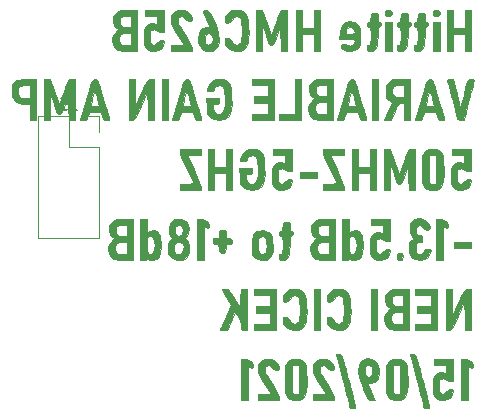
<source format=gbo>
G04 #@! TF.GenerationSoftware,KiCad,Pcbnew,(5.1.10)-1*
G04 #@! TF.CreationDate,2021-09-22T21:53:00-04:00*
G04 #@! TF.ProjectId,rf-vga,72662d76-6761-42e6-9b69-6361645f7063,rev?*
G04 #@! TF.SameCoordinates,Original*
G04 #@! TF.FileFunction,Legend,Bot*
G04 #@! TF.FilePolarity,Positive*
%FSLAX46Y46*%
G04 Gerber Fmt 4.6, Leading zero omitted, Abs format (unit mm)*
G04 Created by KiCad (PCBNEW (5.1.10)-1) date 2021-09-22 21:53:00*
%MOMM*%
%LPD*%
G01*
G04 APERTURE LIST*
%ADD10C,0.010000*%
%ADD11C,0.120000*%
%ADD12C,0.150000*%
G04 APERTURE END LIST*
D10*
G36*
X208207905Y-87728826D02*
G01*
X208126244Y-87800646D01*
X208110666Y-87968667D01*
X208127186Y-88139320D01*
X208210976Y-88209314D01*
X208407000Y-88222667D01*
X208606095Y-88208507D01*
X208687755Y-88136687D01*
X208703333Y-87968667D01*
X208686814Y-87798014D01*
X208603024Y-87728019D01*
X208407000Y-87714667D01*
X208207905Y-87728826D01*
G37*
X208207905Y-87728826D02*
X208126244Y-87800646D01*
X208110666Y-87968667D01*
X208127186Y-88139320D01*
X208210976Y-88209314D01*
X208407000Y-88222667D01*
X208606095Y-88208507D01*
X208687755Y-88136687D01*
X208703333Y-87968667D01*
X208686814Y-87798014D01*
X208603024Y-87728019D01*
X208407000Y-87714667D01*
X208207905Y-87728826D01*
G36*
X212271905Y-87728826D02*
G01*
X212190244Y-87800646D01*
X212174666Y-87968667D01*
X212191186Y-88139320D01*
X212274976Y-88209314D01*
X212471000Y-88222667D01*
X212670095Y-88208507D01*
X212751755Y-88136687D01*
X212767333Y-87968667D01*
X212750814Y-87798014D01*
X212667024Y-87728019D01*
X212471000Y-87714667D01*
X212271905Y-87728826D01*
G37*
X212271905Y-87728826D02*
X212190244Y-87800646D01*
X212174666Y-87968667D01*
X212191186Y-88139320D01*
X212274976Y-88209314D01*
X212471000Y-88222667D01*
X212670095Y-88208507D01*
X212751755Y-88136687D01*
X212767333Y-87968667D01*
X212750814Y-87798014D01*
X212667024Y-87728019D01*
X212471000Y-87714667D01*
X212271905Y-87728826D01*
G36*
X186317720Y-87727661D02*
G01*
X185858057Y-87758310D01*
X185538139Y-87820697D01*
X185329177Y-87930124D01*
X185202381Y-88101895D01*
X185128964Y-88351313D01*
X185127225Y-88360475D01*
X185115046Y-88660229D01*
X185174112Y-88951126D01*
X185287024Y-89177771D01*
X185415956Y-89279717D01*
X185501447Y-89323549D01*
X185486847Y-89397162D01*
X185360381Y-89539051D01*
X185326059Y-89573583D01*
X185134875Y-89875176D01*
X185065327Y-90238649D01*
X185119166Y-90606290D01*
X185285570Y-90906112D01*
X185391180Y-91017023D01*
X185504202Y-91088562D01*
X185664854Y-91131292D01*
X185913350Y-91155778D01*
X186289906Y-91172584D01*
X186301570Y-91173006D01*
X187113333Y-91202346D01*
X187113333Y-89662000D01*
X186605333Y-89662000D01*
X186605333Y-90678000D01*
X186230381Y-90678000D01*
X185931054Y-90644326D01*
X185731784Y-90553762D01*
X185722381Y-90544953D01*
X185609835Y-90325252D01*
X185603816Y-90043433D01*
X185676979Y-89825767D01*
X185774511Y-89721292D01*
X185952323Y-89672060D01*
X186184979Y-89662000D01*
X186605333Y-89662000D01*
X187113333Y-89662000D01*
X187113333Y-88222667D01*
X186605333Y-88222667D01*
X186605333Y-89154000D01*
X186241266Y-89154000D01*
X185991779Y-89131655D01*
X185808765Y-89075776D01*
X185775600Y-89052400D01*
X185707899Y-88904669D01*
X185674688Y-88675171D01*
X185674000Y-88638125D01*
X185697580Y-88419018D01*
X185790952Y-88292450D01*
X185988064Y-88234900D01*
X186273591Y-88222667D01*
X186605333Y-88222667D01*
X187113333Y-88222667D01*
X187113333Y-87698321D01*
X186317720Y-87727661D01*
G37*
X186317720Y-87727661D02*
X185858057Y-87758310D01*
X185538139Y-87820697D01*
X185329177Y-87930124D01*
X185202381Y-88101895D01*
X185128964Y-88351313D01*
X185127225Y-88360475D01*
X185115046Y-88660229D01*
X185174112Y-88951126D01*
X185287024Y-89177771D01*
X185415956Y-89279717D01*
X185501447Y-89323549D01*
X185486847Y-89397162D01*
X185360381Y-89539051D01*
X185326059Y-89573583D01*
X185134875Y-89875176D01*
X185065327Y-90238649D01*
X185119166Y-90606290D01*
X185285570Y-90906112D01*
X185391180Y-91017023D01*
X185504202Y-91088562D01*
X185664854Y-91131292D01*
X185913350Y-91155778D01*
X186289906Y-91172584D01*
X186301570Y-91173006D01*
X187113333Y-91202346D01*
X187113333Y-89662000D01*
X186605333Y-89662000D01*
X186605333Y-90678000D01*
X186230381Y-90678000D01*
X185931054Y-90644326D01*
X185731784Y-90553762D01*
X185722381Y-90544953D01*
X185609835Y-90325252D01*
X185603816Y-90043433D01*
X185676979Y-89825767D01*
X185774511Y-89721292D01*
X185952323Y-89672060D01*
X186184979Y-89662000D01*
X186605333Y-89662000D01*
X187113333Y-89662000D01*
X187113333Y-88222667D01*
X186605333Y-88222667D01*
X186605333Y-89154000D01*
X186241266Y-89154000D01*
X185991779Y-89131655D01*
X185808765Y-89075776D01*
X185775600Y-89052400D01*
X185707899Y-88904669D01*
X185674688Y-88675171D01*
X185674000Y-88638125D01*
X185697580Y-88419018D01*
X185790952Y-88292450D01*
X185988064Y-88234900D01*
X186273591Y-88222667D01*
X186605333Y-88222667D01*
X187113333Y-88222667D01*
X187113333Y-87698321D01*
X186317720Y-87727661D01*
G36*
X187790666Y-88222667D02*
G01*
X188806666Y-88222667D01*
X188806666Y-88562947D01*
X188798399Y-88778002D01*
X188753650Y-88864073D01*
X188642496Y-88861382D01*
X188593356Y-88849689D01*
X188300976Y-88849507D01*
X188020365Y-88966141D01*
X187821142Y-89168254D01*
X187801649Y-89206040D01*
X187752839Y-89396925D01*
X187718373Y-89691634D01*
X187706000Y-90010217D01*
X187734315Y-90491072D01*
X187828521Y-90829756D01*
X188002507Y-91045250D01*
X188270162Y-91156533D01*
X188564453Y-91183307D01*
X188921595Y-91141742D01*
X189137121Y-91037834D01*
X189265260Y-90881222D01*
X189372588Y-90667728D01*
X189435348Y-90459076D01*
X189429780Y-90316988D01*
X189419817Y-90303373D01*
X189256323Y-90243072D01*
X189058385Y-90290425D01*
X188900202Y-90423202D01*
X188875928Y-90466334D01*
X188722960Y-90634940D01*
X188514780Y-90675749D01*
X188315600Y-90576400D01*
X188259961Y-90440525D01*
X188223057Y-90196645D01*
X188214000Y-89986712D01*
X188224331Y-89695559D01*
X188264886Y-89525320D01*
X188350005Y-89428324D01*
X188389011Y-89404962D01*
X188565075Y-89358199D01*
X188754112Y-89435959D01*
X188767032Y-89444316D01*
X188997903Y-89545718D01*
X189184688Y-89577334D01*
X189399333Y-89577334D01*
X189399333Y-87714667D01*
X187790666Y-87714667D01*
X187790666Y-88222667D01*
G37*
X187790666Y-88222667D02*
X188806666Y-88222667D01*
X188806666Y-88562947D01*
X188798399Y-88778002D01*
X188753650Y-88864073D01*
X188642496Y-88861382D01*
X188593356Y-88849689D01*
X188300976Y-88849507D01*
X188020365Y-88966141D01*
X187821142Y-89168254D01*
X187801649Y-89206040D01*
X187752839Y-89396925D01*
X187718373Y-89691634D01*
X187706000Y-90010217D01*
X187734315Y-90491072D01*
X187828521Y-90829756D01*
X188002507Y-91045250D01*
X188270162Y-91156533D01*
X188564453Y-91183307D01*
X188921595Y-91141742D01*
X189137121Y-91037834D01*
X189265260Y-90881222D01*
X189372588Y-90667728D01*
X189435348Y-90459076D01*
X189429780Y-90316988D01*
X189419817Y-90303373D01*
X189256323Y-90243072D01*
X189058385Y-90290425D01*
X188900202Y-90423202D01*
X188875928Y-90466334D01*
X188722960Y-90634940D01*
X188514780Y-90675749D01*
X188315600Y-90576400D01*
X188259961Y-90440525D01*
X188223057Y-90196645D01*
X188214000Y-89986712D01*
X188224331Y-89695559D01*
X188264886Y-89525320D01*
X188350005Y-89428324D01*
X188389011Y-89404962D01*
X188565075Y-89358199D01*
X188754112Y-89435959D01*
X188767032Y-89444316D01*
X188997903Y-89545718D01*
X189184688Y-89577334D01*
X189399333Y-89577334D01*
X189399333Y-87714667D01*
X187790666Y-87714667D01*
X187790666Y-88222667D01*
G36*
X190576165Y-87716956D02*
G01*
X190264057Y-87880558D01*
X190064142Y-88161114D01*
X189992031Y-88536490D01*
X189992000Y-88545198D01*
X190045053Y-88807073D01*
X190197658Y-89177689D01*
X190439983Y-89636523D01*
X190762198Y-90163052D01*
X190780477Y-90191167D01*
X191097870Y-90678000D01*
X189992000Y-90678000D01*
X189992000Y-91186000D01*
X191770000Y-91186000D01*
X191770000Y-90934159D01*
X191717170Y-90724681D01*
X191557148Y-90399082D01*
X191287639Y-89952907D01*
X191173088Y-89776639D01*
X190918292Y-89382026D01*
X190748204Y-89094149D01*
X190648384Y-88882470D01*
X190604394Y-88716453D01*
X190601588Y-88567980D01*
X190633871Y-88365289D01*
X190715114Y-88281207D01*
X190881000Y-88265000D01*
X191103854Y-88313850D01*
X191218577Y-88455500D01*
X191340748Y-88594460D01*
X191511930Y-88654177D01*
X191672983Y-88631955D01*
X191764766Y-88525096D01*
X191770000Y-88480651D01*
X191695709Y-88142489D01*
X191493164Y-87882769D01*
X191192857Y-87720996D01*
X190825282Y-87676676D01*
X190576165Y-87716956D01*
G37*
X190576165Y-87716956D02*
X190264057Y-87880558D01*
X190064142Y-88161114D01*
X189992031Y-88536490D01*
X189992000Y-88545198D01*
X190045053Y-88807073D01*
X190197658Y-89177689D01*
X190439983Y-89636523D01*
X190762198Y-90163052D01*
X190780477Y-90191167D01*
X191097870Y-90678000D01*
X189992000Y-90678000D01*
X189992000Y-91186000D01*
X191770000Y-91186000D01*
X191770000Y-90934159D01*
X191717170Y-90724681D01*
X191557148Y-90399082D01*
X191287639Y-89952907D01*
X191173088Y-89776639D01*
X190918292Y-89382026D01*
X190748204Y-89094149D01*
X190648384Y-88882470D01*
X190604394Y-88716453D01*
X190601588Y-88567980D01*
X190633871Y-88365289D01*
X190715114Y-88281207D01*
X190881000Y-88265000D01*
X191103854Y-88313850D01*
X191218577Y-88455500D01*
X191340748Y-88594460D01*
X191511930Y-88654177D01*
X191672983Y-88631955D01*
X191764766Y-88525096D01*
X191770000Y-88480651D01*
X191695709Y-88142489D01*
X191493164Y-87882769D01*
X191192857Y-87720996D01*
X190825282Y-87676676D01*
X190576165Y-87716956D01*
G36*
X192788026Y-87733808D02*
G01*
X192702086Y-87777552D01*
X192701333Y-87783399D01*
X192734454Y-87892596D01*
X192822613Y-88113715D01*
X192949006Y-88405342D01*
X192995529Y-88508430D01*
X193289725Y-89154000D01*
X193008651Y-89154000D01*
X192716915Y-89229781D01*
X192494440Y-89440657D01*
X192354457Y-89761927D01*
X192310197Y-90168893D01*
X192331208Y-90418670D01*
X192441107Y-90799972D01*
X192646549Y-91045223D01*
X192961915Y-91166988D01*
X193209527Y-91186000D01*
X193496997Y-91169001D01*
X193687412Y-91101568D01*
X193848376Y-90961970D01*
X193960126Y-90819209D01*
X194022449Y-90659393D01*
X194048444Y-90429352D01*
X194051367Y-90170000D01*
X193548000Y-90170000D01*
X193501072Y-90469727D01*
X193358117Y-90631572D01*
X193125261Y-90660472D01*
X192973052Y-90609947D01*
X192902946Y-90471439D01*
X192885595Y-90348785D01*
X192885272Y-89974258D01*
X192969491Y-89745165D01*
X193137944Y-89662305D01*
X193151680Y-89662000D01*
X193385120Y-89721250D01*
X193514334Y-89905612D01*
X193548000Y-90170000D01*
X194051367Y-90170000D01*
X194051745Y-90136470D01*
X194041822Y-89848711D01*
X194007799Y-89600598D01*
X193936422Y-89343415D01*
X193814436Y-89028446D01*
X193646225Y-88646000D01*
X193470562Y-88262778D01*
X193342204Y-88007695D01*
X193241129Y-87853515D01*
X193147313Y-87773003D01*
X193040736Y-87738926D01*
X192973147Y-87730469D01*
X192788026Y-87733808D01*
G37*
X192788026Y-87733808D02*
X192702086Y-87777552D01*
X192701333Y-87783399D01*
X192734454Y-87892596D01*
X192822613Y-88113715D01*
X192949006Y-88405342D01*
X192995529Y-88508430D01*
X193289725Y-89154000D01*
X193008651Y-89154000D01*
X192716915Y-89229781D01*
X192494440Y-89440657D01*
X192354457Y-89761927D01*
X192310197Y-90168893D01*
X192331208Y-90418670D01*
X192441107Y-90799972D01*
X192646549Y-91045223D01*
X192961915Y-91166988D01*
X193209527Y-91186000D01*
X193496997Y-91169001D01*
X193687412Y-91101568D01*
X193848376Y-90961970D01*
X193960126Y-90819209D01*
X194022449Y-90659393D01*
X194048444Y-90429352D01*
X194051367Y-90170000D01*
X193548000Y-90170000D01*
X193501072Y-90469727D01*
X193358117Y-90631572D01*
X193125261Y-90660472D01*
X192973052Y-90609947D01*
X192902946Y-90471439D01*
X192885595Y-90348785D01*
X192885272Y-89974258D01*
X192969491Y-89745165D01*
X193137944Y-89662305D01*
X193151680Y-89662000D01*
X193385120Y-89721250D01*
X193514334Y-89905612D01*
X193548000Y-90170000D01*
X194051367Y-90170000D01*
X194051745Y-90136470D01*
X194041822Y-89848711D01*
X194007799Y-89600598D01*
X193936422Y-89343415D01*
X193814436Y-89028446D01*
X193646225Y-88646000D01*
X193470562Y-88262778D01*
X193342204Y-88007695D01*
X193241129Y-87853515D01*
X193147313Y-87773003D01*
X193040736Y-87738926D01*
X192973147Y-87730469D01*
X192788026Y-87733808D01*
G36*
X195128715Y-87756074D02*
G01*
X194832867Y-87949865D01*
X194633880Y-88237777D01*
X194564316Y-88582500D01*
X194590584Y-88752611D01*
X194705632Y-88810163D01*
X194796833Y-88813501D01*
X194986286Y-88768599D01*
X195121085Y-88609368D01*
X195156666Y-88538334D01*
X195326826Y-88321370D01*
X195549083Y-88231855D01*
X195776614Y-88282153D01*
X195865689Y-88351118D01*
X195928446Y-88446748D01*
X195969553Y-88604590D01*
X195992929Y-88855739D01*
X196002492Y-89231290D01*
X196003333Y-89443259D01*
X195999992Y-89868441D01*
X195986671Y-90157933D01*
X195958422Y-90345302D01*
X195910296Y-90464117D01*
X195840982Y-90544681D01*
X195610610Y-90662811D01*
X195384136Y-90623509D01*
X195195888Y-90435924D01*
X195156666Y-90362333D01*
X195027256Y-90163399D01*
X194858735Y-90090678D01*
X194796833Y-90087166D01*
X194625763Y-90113120D01*
X194567411Y-90226833D01*
X194564000Y-90302566D01*
X194635531Y-90676800D01*
X194841327Y-90956176D01*
X195168189Y-91129075D01*
X195565346Y-91184118D01*
X195856859Y-91170403D01*
X196052626Y-91109645D01*
X196224776Y-90976973D01*
X196256594Y-90945765D01*
X196410945Y-90742814D01*
X196515524Y-90477757D01*
X196575057Y-90123859D01*
X196594268Y-89654382D01*
X196580954Y-89110187D01*
X196540712Y-88614359D01*
X196460278Y-88256614D01*
X196324696Y-88007597D01*
X196119005Y-87837949D01*
X195880284Y-87735028D01*
X195488748Y-87677446D01*
X195128715Y-87756074D01*
G37*
X195128715Y-87756074D02*
X194832867Y-87949865D01*
X194633880Y-88237777D01*
X194564316Y-88582500D01*
X194590584Y-88752611D01*
X194705632Y-88810163D01*
X194796833Y-88813501D01*
X194986286Y-88768599D01*
X195121085Y-88609368D01*
X195156666Y-88538334D01*
X195326826Y-88321370D01*
X195549083Y-88231855D01*
X195776614Y-88282153D01*
X195865689Y-88351118D01*
X195928446Y-88446748D01*
X195969553Y-88604590D01*
X195992929Y-88855739D01*
X196002492Y-89231290D01*
X196003333Y-89443259D01*
X195999992Y-89868441D01*
X195986671Y-90157933D01*
X195958422Y-90345302D01*
X195910296Y-90464117D01*
X195840982Y-90544681D01*
X195610610Y-90662811D01*
X195384136Y-90623509D01*
X195195888Y-90435924D01*
X195156666Y-90362333D01*
X195027256Y-90163399D01*
X194858735Y-90090678D01*
X194796833Y-90087166D01*
X194625763Y-90113120D01*
X194567411Y-90226833D01*
X194564000Y-90302566D01*
X194635531Y-90676800D01*
X194841327Y-90956176D01*
X195168189Y-91129075D01*
X195565346Y-91184118D01*
X195856859Y-91170403D01*
X196052626Y-91109645D01*
X196224776Y-90976973D01*
X196256594Y-90945765D01*
X196410945Y-90742814D01*
X196515524Y-90477757D01*
X196575057Y-90123859D01*
X196594268Y-89654382D01*
X196580954Y-89110187D01*
X196540712Y-88614359D01*
X196460278Y-88256614D01*
X196324696Y-88007597D01*
X196119005Y-87837949D01*
X195880284Y-87735028D01*
X195488748Y-87677446D01*
X195128715Y-87756074D01*
G36*
X199401318Y-87720743D02*
G01*
X199306871Y-87759479D01*
X199229460Y-87861641D01*
X199147435Y-88057992D01*
X199039146Y-88379296D01*
X199015348Y-88452302D01*
X198888715Y-88829499D01*
X198761777Y-89188269D01*
X198656494Y-89467093D01*
X198630512Y-89530448D01*
X198485896Y-89870959D01*
X198126602Y-88792813D01*
X197767309Y-87714667D01*
X197188666Y-87714667D01*
X197188666Y-91186000D01*
X197691752Y-91186000D01*
X197739000Y-88942334D01*
X198032171Y-89810167D01*
X198168111Y-90199646D01*
X198270956Y-90453928D01*
X198355659Y-90600189D01*
X198437167Y-90665608D01*
X198509568Y-90678000D01*
X198601466Y-90656484D01*
X198684523Y-90573486D01*
X198774457Y-90401331D01*
X198886987Y-90112342D01*
X198978397Y-89852500D01*
X199263000Y-89027000D01*
X199310392Y-91186000D01*
X199813333Y-91186000D01*
X199813333Y-87714667D01*
X199534451Y-87714667D01*
X199401318Y-87720743D01*
G37*
X199401318Y-87720743D02*
X199306871Y-87759479D01*
X199229460Y-87861641D01*
X199147435Y-88057992D01*
X199039146Y-88379296D01*
X199015348Y-88452302D01*
X198888715Y-88829499D01*
X198761777Y-89188269D01*
X198656494Y-89467093D01*
X198630512Y-89530448D01*
X198485896Y-89870959D01*
X198126602Y-88792813D01*
X197767309Y-87714667D01*
X197188666Y-87714667D01*
X197188666Y-91186000D01*
X197691752Y-91186000D01*
X197739000Y-88942334D01*
X198032171Y-89810167D01*
X198168111Y-90199646D01*
X198270956Y-90453928D01*
X198355659Y-90600189D01*
X198437167Y-90665608D01*
X198509568Y-90678000D01*
X198601466Y-90656484D01*
X198684523Y-90573486D01*
X198774457Y-90401331D01*
X198886987Y-90112342D01*
X198978397Y-89852500D01*
X199263000Y-89027000D01*
X199310392Y-91186000D01*
X199813333Y-91186000D01*
X199813333Y-87714667D01*
X199534451Y-87714667D01*
X199401318Y-87720743D01*
G36*
X202099333Y-89238667D02*
G01*
X201083333Y-89238667D01*
X201083333Y-87714667D01*
X200575333Y-87714667D01*
X200575333Y-91186000D01*
X201083333Y-91186000D01*
X201083333Y-89746667D01*
X202099333Y-89746667D01*
X202099333Y-91186000D01*
X202607333Y-91186000D01*
X202607333Y-87714667D01*
X202099333Y-87714667D01*
X202099333Y-89238667D01*
G37*
X202099333Y-89238667D02*
X201083333Y-89238667D01*
X201083333Y-87714667D01*
X200575333Y-87714667D01*
X200575333Y-91186000D01*
X201083333Y-91186000D01*
X201083333Y-89746667D01*
X202099333Y-89746667D01*
X202099333Y-91186000D01*
X202607333Y-91186000D01*
X202607333Y-87714667D01*
X202099333Y-87714667D01*
X202099333Y-89238667D01*
G36*
X204819957Y-88746126D02*
G01*
X204556395Y-88925465D01*
X204390939Y-89235291D01*
X204317331Y-89658251D01*
X204280314Y-90170000D01*
X204925490Y-90170000D01*
X205253446Y-90173959D01*
X205446914Y-90191848D01*
X205540668Y-90232691D01*
X205569482Y-90305508D01*
X205570666Y-90337382D01*
X205504553Y-90501948D01*
X205359000Y-90643453D01*
X205194433Y-90732570D01*
X205064643Y-90719037D01*
X204931807Y-90640924D01*
X204718086Y-90555734D01*
X204523301Y-90563291D01*
X204401737Y-90655142D01*
X204385333Y-90726039D01*
X204459505Y-90933183D01*
X204654179Y-91084354D01*
X204927596Y-91171999D01*
X205237996Y-91188567D01*
X205543619Y-91126505D01*
X205798779Y-90981664D01*
X205909017Y-90878399D01*
X205978504Y-90771974D01*
X206016626Y-90622330D01*
X206032766Y-90389406D01*
X206036308Y-90033140D01*
X206036333Y-89967588D01*
X206033695Y-89614101D01*
X205570666Y-89614101D01*
X205526294Y-89700357D01*
X205370739Y-89740158D01*
X205189666Y-89746667D01*
X204953795Y-89737134D01*
X204842056Y-89693264D01*
X204809635Y-89592152D01*
X204808666Y-89551934D01*
X204876219Y-89306262D01*
X205065332Y-89172519D01*
X205203621Y-89154000D01*
X205397779Y-89229387D01*
X205533197Y-89419981D01*
X205570666Y-89614101D01*
X206033695Y-89614101D01*
X206033499Y-89587881D01*
X206018774Y-89335949D01*
X205982821Y-89170254D01*
X205916303Y-89049258D01*
X205809887Y-88931421D01*
X205801576Y-88923091D01*
X205593818Y-88760967D01*
X205355563Y-88695376D01*
X205189666Y-88688334D01*
X204819957Y-88746126D01*
G37*
X204819957Y-88746126D02*
X204556395Y-88925465D01*
X204390939Y-89235291D01*
X204317331Y-89658251D01*
X204280314Y-90170000D01*
X204925490Y-90170000D01*
X205253446Y-90173959D01*
X205446914Y-90191848D01*
X205540668Y-90232691D01*
X205569482Y-90305508D01*
X205570666Y-90337382D01*
X205504553Y-90501948D01*
X205359000Y-90643453D01*
X205194433Y-90732570D01*
X205064643Y-90719037D01*
X204931807Y-90640924D01*
X204718086Y-90555734D01*
X204523301Y-90563291D01*
X204401737Y-90655142D01*
X204385333Y-90726039D01*
X204459505Y-90933183D01*
X204654179Y-91084354D01*
X204927596Y-91171999D01*
X205237996Y-91188567D01*
X205543619Y-91126505D01*
X205798779Y-90981664D01*
X205909017Y-90878399D01*
X205978504Y-90771974D01*
X206016626Y-90622330D01*
X206032766Y-90389406D01*
X206036308Y-90033140D01*
X206036333Y-89967588D01*
X206033695Y-89614101D01*
X205570666Y-89614101D01*
X205526294Y-89700357D01*
X205370739Y-89740158D01*
X205189666Y-89746667D01*
X204953795Y-89737134D01*
X204842056Y-89693264D01*
X204809635Y-89592152D01*
X204808666Y-89551934D01*
X204876219Y-89306262D01*
X205065332Y-89172519D01*
X205203621Y-89154000D01*
X205397779Y-89229387D01*
X205533197Y-89419981D01*
X205570666Y-89614101D01*
X206033695Y-89614101D01*
X206033499Y-89587881D01*
X206018774Y-89335949D01*
X205982821Y-89170254D01*
X205916303Y-89049258D01*
X205809887Y-88931421D01*
X205801576Y-88923091D01*
X205593818Y-88760967D01*
X205355563Y-88695376D01*
X205189666Y-88688334D01*
X204819957Y-88746126D01*
G36*
X207039586Y-87976800D02*
G01*
X206953366Y-88031923D01*
X206927161Y-88180120D01*
X206925333Y-88349667D01*
X206914254Y-88587762D01*
X206868248Y-88700350D01*
X206768164Y-88730521D01*
X206756000Y-88730667D01*
X206623215Y-88780276D01*
X206586666Y-88942334D01*
X206626353Y-89108315D01*
X206756000Y-89154000D01*
X206836452Y-89166733D01*
X206886444Y-89226416D01*
X206913137Y-89365280D01*
X206923693Y-89615553D01*
X206925333Y-89916000D01*
X206922504Y-90278035D01*
X206909241Y-90502998D01*
X206878382Y-90623116D01*
X206822766Y-90670621D01*
X206756000Y-90678000D01*
X206632053Y-90717916D01*
X206588413Y-90866433D01*
X206586666Y-90932000D01*
X206605071Y-91106936D01*
X206695460Y-91174867D01*
X206861833Y-91184704D01*
X207081990Y-91165781D01*
X207228954Y-91121993D01*
X207230158Y-91121204D01*
X207369028Y-90967230D01*
X207459552Y-90710372D01*
X207507161Y-90328000D01*
X207518000Y-89921566D01*
X207522892Y-89548266D01*
X207540754Y-89315236D01*
X207576360Y-89193612D01*
X207634486Y-89154529D01*
X207645000Y-89154000D01*
X207747143Y-89080399D01*
X207772000Y-88942334D01*
X207727839Y-88772095D01*
X207645000Y-88730667D01*
X207561292Y-88680805D01*
X207523164Y-88511264D01*
X207518000Y-88349667D01*
X207511674Y-88115564D01*
X207468800Y-88004709D01*
X207353536Y-87971017D01*
X207221666Y-87968667D01*
X207039586Y-87976800D01*
G37*
X207039586Y-87976800D02*
X206953366Y-88031923D01*
X206927161Y-88180120D01*
X206925333Y-88349667D01*
X206914254Y-88587762D01*
X206868248Y-88700350D01*
X206768164Y-88730521D01*
X206756000Y-88730667D01*
X206623215Y-88780276D01*
X206586666Y-88942334D01*
X206626353Y-89108315D01*
X206756000Y-89154000D01*
X206836452Y-89166733D01*
X206886444Y-89226416D01*
X206913137Y-89365280D01*
X206923693Y-89615553D01*
X206925333Y-89916000D01*
X206922504Y-90278035D01*
X206909241Y-90502998D01*
X206878382Y-90623116D01*
X206822766Y-90670621D01*
X206756000Y-90678000D01*
X206632053Y-90717916D01*
X206588413Y-90866433D01*
X206586666Y-90932000D01*
X206605071Y-91106936D01*
X206695460Y-91174867D01*
X206861833Y-91184704D01*
X207081990Y-91165781D01*
X207228954Y-91121993D01*
X207230158Y-91121204D01*
X207369028Y-90967230D01*
X207459552Y-90710372D01*
X207507161Y-90328000D01*
X207518000Y-89921566D01*
X207522892Y-89548266D01*
X207540754Y-89315236D01*
X207576360Y-89193612D01*
X207634486Y-89154529D01*
X207645000Y-89154000D01*
X207747143Y-89080399D01*
X207772000Y-88942334D01*
X207727839Y-88772095D01*
X207645000Y-88730667D01*
X207561292Y-88680805D01*
X207523164Y-88511264D01*
X207518000Y-88349667D01*
X207511674Y-88115564D01*
X207468800Y-88004709D01*
X207353536Y-87971017D01*
X207221666Y-87968667D01*
X207039586Y-87976800D01*
G36*
X208110666Y-91186000D02*
G01*
X208703333Y-91186000D01*
X208703333Y-88730667D01*
X208110666Y-88730667D01*
X208110666Y-91186000D01*
G37*
X208110666Y-91186000D02*
X208703333Y-91186000D01*
X208703333Y-88730667D01*
X208110666Y-88730667D01*
X208110666Y-91186000D01*
G36*
X209579586Y-87976800D02*
G01*
X209493366Y-88031923D01*
X209467161Y-88180120D01*
X209465333Y-88349667D01*
X209454254Y-88587762D01*
X209408248Y-88700350D01*
X209308164Y-88730521D01*
X209296000Y-88730667D01*
X209163215Y-88780276D01*
X209126666Y-88942334D01*
X209166353Y-89108315D01*
X209296000Y-89154000D01*
X209376452Y-89166733D01*
X209426444Y-89226416D01*
X209453137Y-89365280D01*
X209463693Y-89615553D01*
X209465333Y-89916000D01*
X209462504Y-90278035D01*
X209449241Y-90502998D01*
X209418382Y-90623116D01*
X209362766Y-90670621D01*
X209296000Y-90678000D01*
X209172053Y-90717916D01*
X209128413Y-90866433D01*
X209126666Y-90932000D01*
X209145071Y-91106936D01*
X209235460Y-91174867D01*
X209401833Y-91184704D01*
X209621990Y-91165781D01*
X209768954Y-91121993D01*
X209770158Y-91121204D01*
X209909028Y-90967230D01*
X209999552Y-90710372D01*
X210047161Y-90328000D01*
X210058000Y-89921566D01*
X210062892Y-89548266D01*
X210080754Y-89315236D01*
X210116360Y-89193612D01*
X210174486Y-89154529D01*
X210185000Y-89154000D01*
X210287143Y-89080399D01*
X210312000Y-88942334D01*
X210267839Y-88772095D01*
X210185000Y-88730667D01*
X210101292Y-88680805D01*
X210063164Y-88511264D01*
X210058000Y-88349667D01*
X210051674Y-88115564D01*
X210008800Y-88004709D01*
X209893536Y-87971017D01*
X209761666Y-87968667D01*
X209579586Y-87976800D01*
G37*
X209579586Y-87976800D02*
X209493366Y-88031923D01*
X209467161Y-88180120D01*
X209465333Y-88349667D01*
X209454254Y-88587762D01*
X209408248Y-88700350D01*
X209308164Y-88730521D01*
X209296000Y-88730667D01*
X209163215Y-88780276D01*
X209126666Y-88942334D01*
X209166353Y-89108315D01*
X209296000Y-89154000D01*
X209376452Y-89166733D01*
X209426444Y-89226416D01*
X209453137Y-89365280D01*
X209463693Y-89615553D01*
X209465333Y-89916000D01*
X209462504Y-90278035D01*
X209449241Y-90502998D01*
X209418382Y-90623116D01*
X209362766Y-90670621D01*
X209296000Y-90678000D01*
X209172053Y-90717916D01*
X209128413Y-90866433D01*
X209126666Y-90932000D01*
X209145071Y-91106936D01*
X209235460Y-91174867D01*
X209401833Y-91184704D01*
X209621990Y-91165781D01*
X209768954Y-91121993D01*
X209770158Y-91121204D01*
X209909028Y-90967230D01*
X209999552Y-90710372D01*
X210047161Y-90328000D01*
X210058000Y-89921566D01*
X210062892Y-89548266D01*
X210080754Y-89315236D01*
X210116360Y-89193612D01*
X210174486Y-89154529D01*
X210185000Y-89154000D01*
X210287143Y-89080399D01*
X210312000Y-88942334D01*
X210267839Y-88772095D01*
X210185000Y-88730667D01*
X210101292Y-88680805D01*
X210063164Y-88511264D01*
X210058000Y-88349667D01*
X210051674Y-88115564D01*
X210008800Y-88004709D01*
X209893536Y-87971017D01*
X209761666Y-87968667D01*
X209579586Y-87976800D01*
G36*
X211018920Y-87976800D02*
G01*
X210932699Y-88031923D01*
X210906494Y-88180120D01*
X210904666Y-88349667D01*
X210893587Y-88587762D01*
X210847581Y-88700350D01*
X210747498Y-88730521D01*
X210735333Y-88730667D01*
X210602548Y-88780276D01*
X210566000Y-88942334D01*
X210605687Y-89108315D01*
X210735333Y-89154000D01*
X210815785Y-89166733D01*
X210865777Y-89226416D01*
X210892470Y-89365280D01*
X210903027Y-89615553D01*
X210904666Y-89916000D01*
X210901837Y-90278035D01*
X210888574Y-90502998D01*
X210857715Y-90623116D01*
X210802099Y-90670621D01*
X210735333Y-90678000D01*
X210611386Y-90717916D01*
X210567747Y-90866433D01*
X210566000Y-90932000D01*
X210584405Y-91106936D01*
X210674794Y-91174867D01*
X210841166Y-91184704D01*
X211061324Y-91165781D01*
X211208288Y-91121993D01*
X211209492Y-91121204D01*
X211348361Y-90967230D01*
X211438885Y-90710372D01*
X211486495Y-90328000D01*
X211497333Y-89921566D01*
X211502226Y-89548266D01*
X211520087Y-89315236D01*
X211555693Y-89193612D01*
X211613820Y-89154529D01*
X211624333Y-89154000D01*
X211726476Y-89080399D01*
X211751333Y-88942334D01*
X211707173Y-88772095D01*
X211624333Y-88730667D01*
X211540626Y-88680805D01*
X211502497Y-88511264D01*
X211497333Y-88349667D01*
X211491007Y-88115564D01*
X211448134Y-88004709D01*
X211332869Y-87971017D01*
X211201000Y-87968667D01*
X211018920Y-87976800D01*
G37*
X211018920Y-87976800D02*
X210932699Y-88031923D01*
X210906494Y-88180120D01*
X210904666Y-88349667D01*
X210893587Y-88587762D01*
X210847581Y-88700350D01*
X210747498Y-88730521D01*
X210735333Y-88730667D01*
X210602548Y-88780276D01*
X210566000Y-88942334D01*
X210605687Y-89108315D01*
X210735333Y-89154000D01*
X210815785Y-89166733D01*
X210865777Y-89226416D01*
X210892470Y-89365280D01*
X210903027Y-89615553D01*
X210904666Y-89916000D01*
X210901837Y-90278035D01*
X210888574Y-90502998D01*
X210857715Y-90623116D01*
X210802099Y-90670621D01*
X210735333Y-90678000D01*
X210611386Y-90717916D01*
X210567747Y-90866433D01*
X210566000Y-90932000D01*
X210584405Y-91106936D01*
X210674794Y-91174867D01*
X210841166Y-91184704D01*
X211061324Y-91165781D01*
X211208288Y-91121993D01*
X211209492Y-91121204D01*
X211348361Y-90967230D01*
X211438885Y-90710372D01*
X211486495Y-90328000D01*
X211497333Y-89921566D01*
X211502226Y-89548266D01*
X211520087Y-89315236D01*
X211555693Y-89193612D01*
X211613820Y-89154529D01*
X211624333Y-89154000D01*
X211726476Y-89080399D01*
X211751333Y-88942334D01*
X211707173Y-88772095D01*
X211624333Y-88730667D01*
X211540626Y-88680805D01*
X211502497Y-88511264D01*
X211497333Y-88349667D01*
X211491007Y-88115564D01*
X211448134Y-88004709D01*
X211332869Y-87971017D01*
X211201000Y-87968667D01*
X211018920Y-87976800D01*
G36*
X212174666Y-91186000D02*
G01*
X212767333Y-91186000D01*
X212767333Y-88730667D01*
X212174666Y-88730667D01*
X212174666Y-91186000D01*
G37*
X212174666Y-91186000D02*
X212767333Y-91186000D01*
X212767333Y-88730667D01*
X212174666Y-88730667D01*
X212174666Y-91186000D01*
G36*
X214884000Y-89238667D02*
G01*
X213868000Y-89238667D01*
X213868000Y-87714667D01*
X213360000Y-87714667D01*
X213360000Y-91186000D01*
X213868000Y-91186000D01*
X213868000Y-89746667D01*
X214884000Y-89746667D01*
X214884000Y-91186000D01*
X215392000Y-91186000D01*
X215392000Y-87714667D01*
X214884000Y-87714667D01*
X214884000Y-89238667D01*
G37*
X214884000Y-89238667D02*
X213868000Y-89238667D01*
X213868000Y-87714667D01*
X213360000Y-87714667D01*
X213360000Y-91186000D01*
X213868000Y-91186000D01*
X213868000Y-89746667D01*
X214884000Y-89746667D01*
X214884000Y-91186000D01*
X215392000Y-91186000D01*
X215392000Y-87714667D01*
X214884000Y-87714667D01*
X214884000Y-89238667D01*
G36*
X177750236Y-93569661D02*
G01*
X177369879Y-93586409D01*
X177118609Y-93610566D01*
X176956212Y-93652698D01*
X176842473Y-93723369D01*
X176737174Y-93833142D01*
X176734236Y-93836555D01*
X176602514Y-94035046D01*
X176541715Y-94272867D01*
X176530000Y-94529543D01*
X176545089Y-94833117D01*
X176583532Y-95098620D01*
X176611029Y-95198100D01*
X176787104Y-95433049D01*
X177093432Y-95594581D01*
X177502045Y-95669606D01*
X177626462Y-95673334D01*
X178054000Y-95673334D01*
X178054000Y-97028000D01*
X178562000Y-97028000D01*
X178562000Y-94064667D01*
X178054000Y-94064667D01*
X178054000Y-95165334D01*
X177679047Y-95165334D01*
X177379721Y-95131659D01*
X177180451Y-95041096D01*
X177171047Y-95032286D01*
X177077869Y-94857278D01*
X177038021Y-94620086D01*
X177038000Y-94615000D01*
X177091077Y-94323467D01*
X177258980Y-94145271D01*
X177554722Y-94069243D01*
X177679047Y-94064667D01*
X178054000Y-94064667D01*
X178562000Y-94064667D01*
X178562000Y-93540321D01*
X177750236Y-93569661D01*
G37*
X177750236Y-93569661D02*
X177369879Y-93586409D01*
X177118609Y-93610566D01*
X176956212Y-93652698D01*
X176842473Y-93723369D01*
X176737174Y-93833142D01*
X176734236Y-93836555D01*
X176602514Y-94035046D01*
X176541715Y-94272867D01*
X176530000Y-94529543D01*
X176545089Y-94833117D01*
X176583532Y-95098620D01*
X176611029Y-95198100D01*
X176787104Y-95433049D01*
X177093432Y-95594581D01*
X177502045Y-95669606D01*
X177626462Y-95673334D01*
X178054000Y-95673334D01*
X178054000Y-97028000D01*
X178562000Y-97028000D01*
X178562000Y-94064667D01*
X178054000Y-94064667D01*
X178054000Y-95165334D01*
X177679047Y-95165334D01*
X177379721Y-95131659D01*
X177180451Y-95041096D01*
X177171047Y-95032286D01*
X177077869Y-94857278D01*
X177038021Y-94620086D01*
X177038000Y-94615000D01*
X177091077Y-94323467D01*
X177258980Y-94145271D01*
X177554722Y-94069243D01*
X177679047Y-94064667D01*
X178054000Y-94064667D01*
X178562000Y-94064667D01*
X178562000Y-93540321D01*
X177750236Y-93569661D01*
G36*
X181451985Y-93562743D02*
G01*
X181357538Y-93601479D01*
X181280127Y-93703641D01*
X181198102Y-93899992D01*
X181089813Y-94221296D01*
X181066015Y-94294302D01*
X180939381Y-94671499D01*
X180812444Y-95030269D01*
X180707161Y-95309093D01*
X180681178Y-95372448D01*
X180536563Y-95712959D01*
X179817975Y-93556667D01*
X179239333Y-93556667D01*
X179239333Y-97028000D01*
X179742418Y-97028000D01*
X179789666Y-94784334D01*
X180082838Y-95652167D01*
X180218777Y-96041646D01*
X180321623Y-96295928D01*
X180406325Y-96442189D01*
X180487834Y-96507608D01*
X180560235Y-96520000D01*
X180652132Y-96498484D01*
X180735189Y-96415486D01*
X180825124Y-96243331D01*
X180937654Y-95954342D01*
X181029064Y-95694500D01*
X181313666Y-94869000D01*
X181337363Y-95948500D01*
X181361059Y-97028000D01*
X181864000Y-97028000D01*
X181864000Y-93556667D01*
X181585118Y-93556667D01*
X181451985Y-93562743D01*
G37*
X181451985Y-93562743D02*
X181357538Y-93601479D01*
X181280127Y-93703641D01*
X181198102Y-93899992D01*
X181089813Y-94221296D01*
X181066015Y-94294302D01*
X180939381Y-94671499D01*
X180812444Y-95030269D01*
X180707161Y-95309093D01*
X180681178Y-95372448D01*
X180536563Y-95712959D01*
X179817975Y-93556667D01*
X179239333Y-93556667D01*
X179239333Y-97028000D01*
X179742418Y-97028000D01*
X179789666Y-94784334D01*
X180082838Y-95652167D01*
X180218777Y-96041646D01*
X180321623Y-96295928D01*
X180406325Y-96442189D01*
X180487834Y-96507608D01*
X180560235Y-96520000D01*
X180652132Y-96498484D01*
X180735189Y-96415486D01*
X180825124Y-96243331D01*
X180937654Y-95954342D01*
X181029064Y-95694500D01*
X181313666Y-94869000D01*
X181337363Y-95948500D01*
X181361059Y-97028000D01*
X181864000Y-97028000D01*
X181864000Y-93556667D01*
X181585118Y-93556667D01*
X181451985Y-93562743D01*
G36*
X183567195Y-93573691D02*
G01*
X183493416Y-93591330D01*
X183427605Y-93638835D01*
X183361060Y-93736785D01*
X183285076Y-93905759D01*
X183190949Y-94166336D01*
X183069975Y-94539095D01*
X182913452Y-95044617D01*
X182831353Y-95313500D01*
X182308938Y-97028000D01*
X182591206Y-97028000D01*
X182775488Y-97011663D01*
X182878222Y-96931526D01*
X182950449Y-96740896D01*
X182965724Y-96685406D01*
X183057975Y-96342811D01*
X183582821Y-96367906D01*
X184107666Y-96393000D01*
X184186099Y-96710500D01*
X184252998Y-96918596D01*
X184351399Y-97008126D01*
X184538082Y-97027959D01*
X184554990Y-97028000D01*
X184760289Y-97003628D01*
X184808653Y-96928981D01*
X184806433Y-96922167D01*
X184770941Y-96811757D01*
X184694696Y-96565508D01*
X184585749Y-96209732D01*
X184474043Y-95842667D01*
X183953965Y-95842667D01*
X183586316Y-95842667D01*
X183363706Y-95830758D01*
X183233049Y-95800743D01*
X183218666Y-95784721D01*
X183241671Y-95652566D01*
X183299905Y-95422681D01*
X183377195Y-95150305D01*
X183457369Y-94890678D01*
X183524255Y-94699038D01*
X183555727Y-94633429D01*
X183602488Y-94676613D01*
X183675258Y-94850132D01*
X183760359Y-95119702D01*
X183783788Y-95204929D01*
X183953965Y-95842667D01*
X184474043Y-95842667D01*
X184452152Y-95770737D01*
X184301955Y-95274834D01*
X184274019Y-95182358D01*
X184106209Y-94629278D01*
X183977727Y-94217970D01*
X183879558Y-93927920D01*
X183802690Y-93738613D01*
X183738108Y-93629535D01*
X183676799Y-93580172D01*
X183609749Y-93570009D01*
X183567195Y-93573691D01*
G37*
X183567195Y-93573691D02*
X183493416Y-93591330D01*
X183427605Y-93638835D01*
X183361060Y-93736785D01*
X183285076Y-93905759D01*
X183190949Y-94166336D01*
X183069975Y-94539095D01*
X182913452Y-95044617D01*
X182831353Y-95313500D01*
X182308938Y-97028000D01*
X182591206Y-97028000D01*
X182775488Y-97011663D01*
X182878222Y-96931526D01*
X182950449Y-96740896D01*
X182965724Y-96685406D01*
X183057975Y-96342811D01*
X183582821Y-96367906D01*
X184107666Y-96393000D01*
X184186099Y-96710500D01*
X184252998Y-96918596D01*
X184351399Y-97008126D01*
X184538082Y-97027959D01*
X184554990Y-97028000D01*
X184760289Y-97003628D01*
X184808653Y-96928981D01*
X184806433Y-96922167D01*
X184770941Y-96811757D01*
X184694696Y-96565508D01*
X184585749Y-96209732D01*
X184474043Y-95842667D01*
X183953965Y-95842667D01*
X183586316Y-95842667D01*
X183363706Y-95830758D01*
X183233049Y-95800743D01*
X183218666Y-95784721D01*
X183241671Y-95652566D01*
X183299905Y-95422681D01*
X183377195Y-95150305D01*
X183457369Y-94890678D01*
X183524255Y-94699038D01*
X183555727Y-94633429D01*
X183602488Y-94676613D01*
X183675258Y-94850132D01*
X183760359Y-95119702D01*
X183783788Y-95204929D01*
X183953965Y-95842667D01*
X184474043Y-95842667D01*
X184452152Y-95770737D01*
X184301955Y-95274834D01*
X184274019Y-95182358D01*
X184106209Y-94629278D01*
X183977727Y-94217970D01*
X183879558Y-93927920D01*
X183802690Y-93738613D01*
X183738108Y-93629535D01*
X183676799Y-93580172D01*
X183609749Y-93570009D01*
X183567195Y-93573691D01*
G36*
X188285412Y-93572469D02*
G01*
X188178102Y-93590551D01*
X188087671Y-93636646D01*
X187998039Y-93734597D01*
X187893124Y-93908247D01*
X187756845Y-94181439D01*
X187573121Y-94578017D01*
X187502245Y-94733635D01*
X186986333Y-95868271D01*
X186939221Y-93556667D01*
X186436000Y-93556667D01*
X186436000Y-97028000D01*
X186676566Y-97028000D01*
X186773142Y-97018787D01*
X186858685Y-96976070D01*
X186948693Y-96877237D01*
X187058662Y-96699672D01*
X187204090Y-96420762D01*
X187400473Y-96017892D01*
X187474343Y-95863834D01*
X188031554Y-94699667D01*
X188038110Y-95863834D01*
X188044666Y-97028000D01*
X188552666Y-97028000D01*
X188552666Y-93545938D01*
X188285412Y-93572469D01*
G37*
X188285412Y-93572469D02*
X188178102Y-93590551D01*
X188087671Y-93636646D01*
X187998039Y-93734597D01*
X187893124Y-93908247D01*
X187756845Y-94181439D01*
X187573121Y-94578017D01*
X187502245Y-94733635D01*
X186986333Y-95868271D01*
X186939221Y-93556667D01*
X186436000Y-93556667D01*
X186436000Y-97028000D01*
X186676566Y-97028000D01*
X186773142Y-97018787D01*
X186858685Y-96976070D01*
X186948693Y-96877237D01*
X187058662Y-96699672D01*
X187204090Y-96420762D01*
X187400473Y-96017892D01*
X187474343Y-95863834D01*
X188031554Y-94699667D01*
X188038110Y-95863834D01*
X188044666Y-97028000D01*
X188552666Y-97028000D01*
X188552666Y-93545938D01*
X188285412Y-93572469D01*
G36*
X189230000Y-97028000D02*
G01*
X189738000Y-97028000D01*
X189738000Y-93556667D01*
X189230000Y-93556667D01*
X189230000Y-97028000D01*
G37*
X189230000Y-97028000D02*
X189738000Y-97028000D01*
X189738000Y-93556667D01*
X189230000Y-93556667D01*
X189230000Y-97028000D01*
G36*
X191356528Y-93573691D02*
G01*
X191282749Y-93591330D01*
X191216939Y-93638835D01*
X191150393Y-93736785D01*
X191074409Y-93905759D01*
X190980282Y-94166336D01*
X190859309Y-94539095D01*
X190702785Y-95044617D01*
X190620686Y-95313500D01*
X190098272Y-97028000D01*
X190380539Y-97028000D01*
X190564822Y-97011663D01*
X190667556Y-96931526D01*
X190739782Y-96740896D01*
X190755058Y-96685406D01*
X190847309Y-96342811D01*
X191372154Y-96367906D01*
X191897000Y-96393000D01*
X191975432Y-96710500D01*
X192042331Y-96918596D01*
X192140732Y-97008126D01*
X192327415Y-97027959D01*
X192344324Y-97028000D01*
X192549623Y-97003628D01*
X192597987Y-96928981D01*
X192595767Y-96922167D01*
X192560275Y-96811757D01*
X192484029Y-96565508D01*
X192375082Y-96209732D01*
X192263376Y-95842667D01*
X191743299Y-95842667D01*
X191375649Y-95842667D01*
X191153039Y-95830758D01*
X191022383Y-95800743D01*
X191008000Y-95784721D01*
X191031005Y-95652566D01*
X191089238Y-95422681D01*
X191166528Y-95150305D01*
X191246702Y-94890678D01*
X191313588Y-94699038D01*
X191345061Y-94633429D01*
X191391821Y-94676613D01*
X191464592Y-94850132D01*
X191549692Y-95119702D01*
X191573121Y-95204929D01*
X191743299Y-95842667D01*
X192263376Y-95842667D01*
X192241485Y-95770737D01*
X192091288Y-95274834D01*
X192063353Y-95182358D01*
X191895543Y-94629278D01*
X191767060Y-94217970D01*
X191668891Y-93927920D01*
X191592023Y-93738613D01*
X191527441Y-93629535D01*
X191466132Y-93580172D01*
X191399082Y-93570009D01*
X191356528Y-93573691D01*
G37*
X191356528Y-93573691D02*
X191282749Y-93591330D01*
X191216939Y-93638835D01*
X191150393Y-93736785D01*
X191074409Y-93905759D01*
X190980282Y-94166336D01*
X190859309Y-94539095D01*
X190702785Y-95044617D01*
X190620686Y-95313500D01*
X190098272Y-97028000D01*
X190380539Y-97028000D01*
X190564822Y-97011663D01*
X190667556Y-96931526D01*
X190739782Y-96740896D01*
X190755058Y-96685406D01*
X190847309Y-96342811D01*
X191372154Y-96367906D01*
X191897000Y-96393000D01*
X191975432Y-96710500D01*
X192042331Y-96918596D01*
X192140732Y-97008126D01*
X192327415Y-97027959D01*
X192344324Y-97028000D01*
X192549623Y-97003628D01*
X192597987Y-96928981D01*
X192595767Y-96922167D01*
X192560275Y-96811757D01*
X192484029Y-96565508D01*
X192375082Y-96209732D01*
X192263376Y-95842667D01*
X191743299Y-95842667D01*
X191375649Y-95842667D01*
X191153039Y-95830758D01*
X191022383Y-95800743D01*
X191008000Y-95784721D01*
X191031005Y-95652566D01*
X191089238Y-95422681D01*
X191166528Y-95150305D01*
X191246702Y-94890678D01*
X191313588Y-94699038D01*
X191345061Y-94633429D01*
X191391821Y-94676613D01*
X191464592Y-94850132D01*
X191549692Y-95119702D01*
X191573121Y-95204929D01*
X191743299Y-95842667D01*
X192263376Y-95842667D01*
X192241485Y-95770737D01*
X192091288Y-95274834D01*
X192063353Y-95182358D01*
X191895543Y-94629278D01*
X191767060Y-94217970D01*
X191668891Y-93927920D01*
X191592023Y-93738613D01*
X191527441Y-93629535D01*
X191466132Y-93580172D01*
X191399082Y-93570009D01*
X191356528Y-93573691D01*
G36*
X193607127Y-93649515D02*
G01*
X193317899Y-93876293D01*
X193118388Y-94204599D01*
X193076975Y-94339834D01*
X193053422Y-94493849D01*
X193110776Y-94558626D01*
X193290318Y-94572582D01*
X193327155Y-94572667D01*
X193554933Y-94544323D01*
X193632546Y-94456691D01*
X193632666Y-94451714D01*
X193703457Y-94250118D01*
X193879488Y-94120676D01*
X194106249Y-94079387D01*
X194329232Y-94142250D01*
X194423878Y-94219500D01*
X194499155Y-94390662D01*
X194549682Y-94680323D01*
X194575764Y-95043645D01*
X194577705Y-95435794D01*
X194555812Y-95811933D01*
X194510390Y-96127226D01*
X194441744Y-96336837D01*
X194409166Y-96379878D01*
X194171873Y-96500901D01*
X193925869Y-96482583D01*
X193713332Y-96347087D01*
X193576439Y-96116578D01*
X193548000Y-95927334D01*
X193568979Y-95747425D01*
X193667940Y-95681115D01*
X193802000Y-95673334D01*
X193981908Y-95652354D01*
X194048218Y-95553394D01*
X194056000Y-95419334D01*
X194056000Y-95165334D01*
X193022070Y-95165334D01*
X193053185Y-95850490D01*
X193073104Y-96196070D01*
X193105042Y-96420332D01*
X193164794Y-96571251D01*
X193268156Y-96696799D01*
X193359819Y-96781824D01*
X193693364Y-96973526D01*
X194087580Y-97035675D01*
X194490518Y-96965174D01*
X194707863Y-96862212D01*
X194897046Y-96700061D01*
X195029656Y-96465660D01*
X195111295Y-96135873D01*
X195147565Y-95687566D01*
X195144068Y-95097604D01*
X195142991Y-95065178D01*
X195123169Y-94636697D01*
X195093763Y-94339211D01*
X195047832Y-94134404D01*
X194978435Y-93983961D01*
X194935727Y-93921120D01*
X194650371Y-93660069D01*
X194309637Y-93533232D01*
X193949798Y-93532438D01*
X193607127Y-93649515D01*
G37*
X193607127Y-93649515D02*
X193317899Y-93876293D01*
X193118388Y-94204599D01*
X193076975Y-94339834D01*
X193053422Y-94493849D01*
X193110776Y-94558626D01*
X193290318Y-94572582D01*
X193327155Y-94572667D01*
X193554933Y-94544323D01*
X193632546Y-94456691D01*
X193632666Y-94451714D01*
X193703457Y-94250118D01*
X193879488Y-94120676D01*
X194106249Y-94079387D01*
X194329232Y-94142250D01*
X194423878Y-94219500D01*
X194499155Y-94390662D01*
X194549682Y-94680323D01*
X194575764Y-95043645D01*
X194577705Y-95435794D01*
X194555812Y-95811933D01*
X194510390Y-96127226D01*
X194441744Y-96336837D01*
X194409166Y-96379878D01*
X194171873Y-96500901D01*
X193925869Y-96482583D01*
X193713332Y-96347087D01*
X193576439Y-96116578D01*
X193548000Y-95927334D01*
X193568979Y-95747425D01*
X193667940Y-95681115D01*
X193802000Y-95673334D01*
X193981908Y-95652354D01*
X194048218Y-95553394D01*
X194056000Y-95419334D01*
X194056000Y-95165334D01*
X193022070Y-95165334D01*
X193053185Y-95850490D01*
X193073104Y-96196070D01*
X193105042Y-96420332D01*
X193164794Y-96571251D01*
X193268156Y-96696799D01*
X193359819Y-96781824D01*
X193693364Y-96973526D01*
X194087580Y-97035675D01*
X194490518Y-96965174D01*
X194707863Y-96862212D01*
X194897046Y-96700061D01*
X195029656Y-96465660D01*
X195111295Y-96135873D01*
X195147565Y-95687566D01*
X195144068Y-95097604D01*
X195142991Y-95065178D01*
X195123169Y-94636697D01*
X195093763Y-94339211D01*
X195047832Y-94134404D01*
X194978435Y-93983961D01*
X194935727Y-93921120D01*
X194650371Y-93660069D01*
X194309637Y-93533232D01*
X193949798Y-93532438D01*
X193607127Y-93649515D01*
G36*
X196850000Y-94064667D02*
G01*
X198204666Y-94064667D01*
X198204666Y-94996000D01*
X197019333Y-94996000D01*
X197019333Y-95588667D01*
X198204666Y-95588667D01*
X198204666Y-96520000D01*
X196850000Y-96520000D01*
X196850000Y-97028000D01*
X198712666Y-97028000D01*
X198712666Y-93556667D01*
X196850000Y-93556667D01*
X196850000Y-94064667D01*
G37*
X196850000Y-94064667D02*
X198204666Y-94064667D01*
X198204666Y-94996000D01*
X197019333Y-94996000D01*
X197019333Y-95588667D01*
X198204666Y-95588667D01*
X198204666Y-96520000D01*
X196850000Y-96520000D01*
X196850000Y-97028000D01*
X198712666Y-97028000D01*
X198712666Y-93556667D01*
X196850000Y-93556667D01*
X196850000Y-94064667D01*
G36*
X200490666Y-96520000D02*
G01*
X199136000Y-96520000D01*
X199136000Y-97028000D01*
X200998666Y-97028000D01*
X200998666Y-93556667D01*
X200490666Y-93556667D01*
X200490666Y-96520000D01*
G37*
X200490666Y-96520000D02*
X199136000Y-96520000D01*
X199136000Y-97028000D01*
X200998666Y-97028000D01*
X200998666Y-93556667D01*
X200490666Y-93556667D01*
X200490666Y-96520000D01*
G36*
X202912387Y-93569661D02*
G01*
X202452724Y-93600310D01*
X202132806Y-93662697D01*
X201923843Y-93772124D01*
X201797048Y-93943895D01*
X201723631Y-94193313D01*
X201721892Y-94202475D01*
X201709713Y-94502229D01*
X201768779Y-94793126D01*
X201881691Y-95019771D01*
X202010623Y-95121717D01*
X202096114Y-95165549D01*
X202081514Y-95239162D01*
X201955048Y-95381051D01*
X201920725Y-95415583D01*
X201729542Y-95717176D01*
X201659993Y-96080649D01*
X201713833Y-96448290D01*
X201880236Y-96748112D01*
X201985846Y-96859023D01*
X202098869Y-96930562D01*
X202259521Y-96973292D01*
X202508016Y-96997778D01*
X202884572Y-97014584D01*
X202896236Y-97015006D01*
X203708000Y-97044346D01*
X203708000Y-95504000D01*
X203200000Y-95504000D01*
X203200000Y-96520000D01*
X202825047Y-96520000D01*
X202525721Y-96486326D01*
X202326451Y-96395762D01*
X202317047Y-96386953D01*
X202204502Y-96167252D01*
X202198483Y-95885433D01*
X202271645Y-95667767D01*
X202369177Y-95563292D01*
X202546989Y-95514060D01*
X202779645Y-95504000D01*
X203200000Y-95504000D01*
X203708000Y-95504000D01*
X203708000Y-94064667D01*
X203200000Y-94064667D01*
X203200000Y-94996000D01*
X202835933Y-94996000D01*
X202586445Y-94973655D01*
X202403432Y-94917776D01*
X202370266Y-94894400D01*
X202302566Y-94746669D01*
X202269354Y-94517171D01*
X202268666Y-94480125D01*
X202292246Y-94261018D01*
X202385618Y-94134450D01*
X202582731Y-94076900D01*
X202868258Y-94064667D01*
X203200000Y-94064667D01*
X203708000Y-94064667D01*
X203708000Y-93540321D01*
X202912387Y-93569661D01*
G37*
X202912387Y-93569661D02*
X202452724Y-93600310D01*
X202132806Y-93662697D01*
X201923843Y-93772124D01*
X201797048Y-93943895D01*
X201723631Y-94193313D01*
X201721892Y-94202475D01*
X201709713Y-94502229D01*
X201768779Y-94793126D01*
X201881691Y-95019771D01*
X202010623Y-95121717D01*
X202096114Y-95165549D01*
X202081514Y-95239162D01*
X201955048Y-95381051D01*
X201920725Y-95415583D01*
X201729542Y-95717176D01*
X201659993Y-96080649D01*
X201713833Y-96448290D01*
X201880236Y-96748112D01*
X201985846Y-96859023D01*
X202098869Y-96930562D01*
X202259521Y-96973292D01*
X202508016Y-96997778D01*
X202884572Y-97014584D01*
X202896236Y-97015006D01*
X203708000Y-97044346D01*
X203708000Y-95504000D01*
X203200000Y-95504000D01*
X203200000Y-96520000D01*
X202825047Y-96520000D01*
X202525721Y-96486326D01*
X202326451Y-96395762D01*
X202317047Y-96386953D01*
X202204502Y-96167252D01*
X202198483Y-95885433D01*
X202271645Y-95667767D01*
X202369177Y-95563292D01*
X202546989Y-95514060D01*
X202779645Y-95504000D01*
X203200000Y-95504000D01*
X203708000Y-95504000D01*
X203708000Y-94064667D01*
X203200000Y-94064667D01*
X203200000Y-94996000D01*
X202835933Y-94996000D01*
X202586445Y-94973655D01*
X202403432Y-94917776D01*
X202370266Y-94894400D01*
X202302566Y-94746669D01*
X202269354Y-94517171D01*
X202268666Y-94480125D01*
X202292246Y-94261018D01*
X202385618Y-94134450D01*
X202582731Y-94076900D01*
X202868258Y-94064667D01*
X203200000Y-94064667D01*
X203708000Y-94064667D01*
X203708000Y-93540321D01*
X202912387Y-93569661D01*
G36*
X205326528Y-93573691D02*
G01*
X205252749Y-93591330D01*
X205186939Y-93638835D01*
X205120393Y-93736785D01*
X205044409Y-93905759D01*
X204950282Y-94166336D01*
X204829309Y-94539095D01*
X204672785Y-95044617D01*
X204590686Y-95313500D01*
X204068272Y-97028000D01*
X204350539Y-97028000D01*
X204534822Y-97011663D01*
X204637556Y-96931526D01*
X204709782Y-96740896D01*
X204725058Y-96685406D01*
X204817309Y-96342811D01*
X205342154Y-96367906D01*
X205867000Y-96393000D01*
X205945432Y-96710500D01*
X206012331Y-96918596D01*
X206110732Y-97008126D01*
X206297415Y-97027959D01*
X206314324Y-97028000D01*
X206519623Y-97003628D01*
X206567987Y-96928981D01*
X206565767Y-96922167D01*
X206530275Y-96811757D01*
X206454029Y-96565508D01*
X206345082Y-96209732D01*
X206233376Y-95842667D01*
X205713299Y-95842667D01*
X205345649Y-95842667D01*
X205123039Y-95830758D01*
X204992383Y-95800743D01*
X204978000Y-95784721D01*
X205001005Y-95652566D01*
X205059238Y-95422681D01*
X205136528Y-95150305D01*
X205216702Y-94890678D01*
X205283588Y-94699038D01*
X205315061Y-94633429D01*
X205361821Y-94676613D01*
X205434592Y-94850132D01*
X205519692Y-95119702D01*
X205543121Y-95204929D01*
X205713299Y-95842667D01*
X206233376Y-95842667D01*
X206211485Y-95770737D01*
X206061288Y-95274834D01*
X206033353Y-95182358D01*
X205865543Y-94629278D01*
X205737060Y-94217970D01*
X205638891Y-93927920D01*
X205562023Y-93738613D01*
X205497441Y-93629535D01*
X205436132Y-93580172D01*
X205369082Y-93570009D01*
X205326528Y-93573691D01*
G37*
X205326528Y-93573691D02*
X205252749Y-93591330D01*
X205186939Y-93638835D01*
X205120393Y-93736785D01*
X205044409Y-93905759D01*
X204950282Y-94166336D01*
X204829309Y-94539095D01*
X204672785Y-95044617D01*
X204590686Y-95313500D01*
X204068272Y-97028000D01*
X204350539Y-97028000D01*
X204534822Y-97011663D01*
X204637556Y-96931526D01*
X204709782Y-96740896D01*
X204725058Y-96685406D01*
X204817309Y-96342811D01*
X205342154Y-96367906D01*
X205867000Y-96393000D01*
X205945432Y-96710500D01*
X206012331Y-96918596D01*
X206110732Y-97008126D01*
X206297415Y-97027959D01*
X206314324Y-97028000D01*
X206519623Y-97003628D01*
X206567987Y-96928981D01*
X206565767Y-96922167D01*
X206530275Y-96811757D01*
X206454029Y-96565508D01*
X206345082Y-96209732D01*
X206233376Y-95842667D01*
X205713299Y-95842667D01*
X205345649Y-95842667D01*
X205123039Y-95830758D01*
X204992383Y-95800743D01*
X204978000Y-95784721D01*
X205001005Y-95652566D01*
X205059238Y-95422681D01*
X205136528Y-95150305D01*
X205216702Y-94890678D01*
X205283588Y-94699038D01*
X205315061Y-94633429D01*
X205361821Y-94676613D01*
X205434592Y-94850132D01*
X205519692Y-95119702D01*
X205543121Y-95204929D01*
X205713299Y-95842667D01*
X206233376Y-95842667D01*
X206211485Y-95770737D01*
X206061288Y-95274834D01*
X206033353Y-95182358D01*
X205865543Y-94629278D01*
X205737060Y-94217970D01*
X205638891Y-93927920D01*
X205562023Y-93738613D01*
X205497441Y-93629535D01*
X205436132Y-93580172D01*
X205369082Y-93570009D01*
X205326528Y-93573691D01*
G36*
X207010000Y-97028000D02*
G01*
X207518000Y-97028000D01*
X207518000Y-93556667D01*
X207010000Y-93556667D01*
X207010000Y-97028000D01*
G37*
X207010000Y-97028000D02*
X207518000Y-97028000D01*
X207518000Y-93556667D01*
X207010000Y-93556667D01*
X207010000Y-97028000D01*
G36*
X209090712Y-93559698D02*
G01*
X208848199Y-93575892D01*
X208687561Y-93615897D01*
X208565081Y-93690364D01*
X208442820Y-93804154D01*
X208300517Y-93967574D01*
X208226015Y-94134211D01*
X208198280Y-94368280D01*
X208195333Y-94559641D01*
X208205441Y-94861253D01*
X208250119Y-95058727D01*
X208350896Y-95216757D01*
X208448729Y-95321037D01*
X208702125Y-95574433D01*
X208367939Y-96301217D01*
X208033752Y-97028000D01*
X208673796Y-97028000D01*
X208962275Y-96308334D01*
X209103314Y-95966936D01*
X209207614Y-95754364D01*
X209297010Y-95640561D01*
X209393333Y-95595472D01*
X209485044Y-95588667D01*
X209719333Y-95588667D01*
X209719333Y-97028000D01*
X210227333Y-97028000D01*
X210227333Y-94064667D01*
X209719333Y-94064667D01*
X209719333Y-95080667D01*
X209366167Y-95080667D01*
X209072997Y-95043191D01*
X208863437Y-94945179D01*
X208858167Y-94940545D01*
X208727284Y-94717426D01*
X208718825Y-94433704D01*
X208790979Y-94228434D01*
X208888511Y-94123959D01*
X209066323Y-94074727D01*
X209298979Y-94064667D01*
X209719333Y-94064667D01*
X210227333Y-94064667D01*
X210227333Y-93556667D01*
X209458820Y-93556667D01*
X209090712Y-93559698D01*
G37*
X209090712Y-93559698D02*
X208848199Y-93575892D01*
X208687561Y-93615897D01*
X208565081Y-93690364D01*
X208442820Y-93804154D01*
X208300517Y-93967574D01*
X208226015Y-94134211D01*
X208198280Y-94368280D01*
X208195333Y-94559641D01*
X208205441Y-94861253D01*
X208250119Y-95058727D01*
X208350896Y-95216757D01*
X208448729Y-95321037D01*
X208702125Y-95574433D01*
X208367939Y-96301217D01*
X208033752Y-97028000D01*
X208673796Y-97028000D01*
X208962275Y-96308334D01*
X209103314Y-95966936D01*
X209207614Y-95754364D01*
X209297010Y-95640561D01*
X209393333Y-95595472D01*
X209485044Y-95588667D01*
X209719333Y-95588667D01*
X209719333Y-97028000D01*
X210227333Y-97028000D01*
X210227333Y-94064667D01*
X209719333Y-94064667D01*
X209719333Y-95080667D01*
X209366167Y-95080667D01*
X209072997Y-95043191D01*
X208863437Y-94945179D01*
X208858167Y-94940545D01*
X208727284Y-94717426D01*
X208718825Y-94433704D01*
X208790979Y-94228434D01*
X208888511Y-94123959D01*
X209066323Y-94074727D01*
X209298979Y-94064667D01*
X209719333Y-94064667D01*
X210227333Y-94064667D01*
X210227333Y-93556667D01*
X209458820Y-93556667D01*
X209090712Y-93559698D01*
G36*
X211930528Y-93573691D02*
G01*
X211856749Y-93591330D01*
X211790939Y-93638835D01*
X211724393Y-93736785D01*
X211648409Y-93905759D01*
X211554282Y-94166336D01*
X211433309Y-94539095D01*
X211276785Y-95044617D01*
X211194686Y-95313500D01*
X210672272Y-97028000D01*
X210954539Y-97028000D01*
X211138822Y-97011663D01*
X211241556Y-96931526D01*
X211313782Y-96740896D01*
X211329058Y-96685406D01*
X211421309Y-96342811D01*
X211946154Y-96367906D01*
X212471000Y-96393000D01*
X212549432Y-96710500D01*
X212616331Y-96918596D01*
X212714732Y-97008126D01*
X212901415Y-97027959D01*
X212918324Y-97028000D01*
X213123623Y-97003628D01*
X213171987Y-96928981D01*
X213169767Y-96922167D01*
X213134275Y-96811757D01*
X213058029Y-96565508D01*
X212949082Y-96209732D01*
X212837376Y-95842667D01*
X212317299Y-95842667D01*
X211949649Y-95842667D01*
X211727039Y-95830758D01*
X211596383Y-95800743D01*
X211582000Y-95784721D01*
X211605005Y-95652566D01*
X211663238Y-95422681D01*
X211740528Y-95150305D01*
X211820702Y-94890678D01*
X211887588Y-94699038D01*
X211919061Y-94633429D01*
X211965821Y-94676613D01*
X212038592Y-94850132D01*
X212123692Y-95119702D01*
X212147121Y-95204929D01*
X212317299Y-95842667D01*
X212837376Y-95842667D01*
X212815485Y-95770737D01*
X212665288Y-95274834D01*
X212637353Y-95182358D01*
X212469543Y-94629278D01*
X212341060Y-94217970D01*
X212242891Y-93927920D01*
X212166023Y-93738613D01*
X212101441Y-93629535D01*
X212040132Y-93580172D01*
X211973082Y-93570009D01*
X211930528Y-93573691D01*
G37*
X211930528Y-93573691D02*
X211856749Y-93591330D01*
X211790939Y-93638835D01*
X211724393Y-93736785D01*
X211648409Y-93905759D01*
X211554282Y-94166336D01*
X211433309Y-94539095D01*
X211276785Y-95044617D01*
X211194686Y-95313500D01*
X210672272Y-97028000D01*
X210954539Y-97028000D01*
X211138822Y-97011663D01*
X211241556Y-96931526D01*
X211313782Y-96740896D01*
X211329058Y-96685406D01*
X211421309Y-96342811D01*
X211946154Y-96367906D01*
X212471000Y-96393000D01*
X212549432Y-96710500D01*
X212616331Y-96918596D01*
X212714732Y-97008126D01*
X212901415Y-97027959D01*
X212918324Y-97028000D01*
X213123623Y-97003628D01*
X213171987Y-96928981D01*
X213169767Y-96922167D01*
X213134275Y-96811757D01*
X213058029Y-96565508D01*
X212949082Y-96209732D01*
X212837376Y-95842667D01*
X212317299Y-95842667D01*
X211949649Y-95842667D01*
X211727039Y-95830758D01*
X211596383Y-95800743D01*
X211582000Y-95784721D01*
X211605005Y-95652566D01*
X211663238Y-95422681D01*
X211740528Y-95150305D01*
X211820702Y-94890678D01*
X211887588Y-94699038D01*
X211919061Y-94633429D01*
X211965821Y-94676613D01*
X212038592Y-94850132D01*
X212123692Y-95119702D01*
X212147121Y-95204929D01*
X212317299Y-95842667D01*
X212837376Y-95842667D01*
X212815485Y-95770737D01*
X212665288Y-95274834D01*
X212637353Y-95182358D01*
X212469543Y-94629278D01*
X212341060Y-94217970D01*
X212242891Y-93927920D01*
X212166023Y-93738613D01*
X212101441Y-93629535D01*
X212040132Y-93580172D01*
X211973082Y-93570009D01*
X211930528Y-93573691D01*
G36*
X215295129Y-93559010D02*
G01*
X215217813Y-93581238D01*
X215153757Y-93646149D01*
X215093406Y-93776542D01*
X215027204Y-93995216D01*
X214945593Y-94324970D01*
X214839017Y-94788601D01*
X214791943Y-94996000D01*
X214685277Y-95449563D01*
X214604040Y-95749106D01*
X214542269Y-95907009D01*
X214494002Y-95935650D01*
X214453275Y-95847408D01*
X214430524Y-95746335D01*
X214389193Y-95548578D01*
X214319785Y-95232679D01*
X214232688Y-94845407D01*
X214155763Y-94509167D01*
X213936112Y-93556667D01*
X213642350Y-93556667D01*
X213449174Y-93568266D01*
X213385547Y-93624348D01*
X213408783Y-93746321D01*
X213448700Y-93886664D01*
X213522960Y-94161131D01*
X213623626Y-94539878D01*
X213742764Y-94993059D01*
X213864653Y-95460821D01*
X214260330Y-96985667D01*
X214529831Y-97012198D01*
X214714333Y-97019911D01*
X214798779Y-97002819D01*
X214799333Y-97000412D01*
X214819869Y-96910504D01*
X214877115Y-96682376D01*
X214964526Y-96341520D01*
X215075558Y-95913433D01*
X215203666Y-95423608D01*
X215222666Y-95351272D01*
X215353079Y-94850551D01*
X215467200Y-94403805D01*
X215558414Y-94037634D01*
X215620110Y-93778636D01*
X215645674Y-93653412D01*
X215646000Y-93648558D01*
X215572536Y-93583730D01*
X215395841Y-93556667D01*
X215395263Y-93556667D01*
X215295129Y-93559010D01*
G37*
X215295129Y-93559010D02*
X215217813Y-93581238D01*
X215153757Y-93646149D01*
X215093406Y-93776542D01*
X215027204Y-93995216D01*
X214945593Y-94324970D01*
X214839017Y-94788601D01*
X214791943Y-94996000D01*
X214685277Y-95449563D01*
X214604040Y-95749106D01*
X214542269Y-95907009D01*
X214494002Y-95935650D01*
X214453275Y-95847408D01*
X214430524Y-95746335D01*
X214389193Y-95548578D01*
X214319785Y-95232679D01*
X214232688Y-94845407D01*
X214155763Y-94509167D01*
X213936112Y-93556667D01*
X213642350Y-93556667D01*
X213449174Y-93568266D01*
X213385547Y-93624348D01*
X213408783Y-93746321D01*
X213448700Y-93886664D01*
X213522960Y-94161131D01*
X213623626Y-94539878D01*
X213742764Y-94993059D01*
X213864653Y-95460821D01*
X214260330Y-96985667D01*
X214529831Y-97012198D01*
X214714333Y-97019911D01*
X214798779Y-97002819D01*
X214799333Y-97000412D01*
X214819869Y-96910504D01*
X214877115Y-96682376D01*
X214964526Y-96341520D01*
X215075558Y-95913433D01*
X215203666Y-95423608D01*
X215222666Y-95351272D01*
X215353079Y-94850551D01*
X215467200Y-94403805D01*
X215558414Y-94037634D01*
X215620110Y-93778636D01*
X215645674Y-93653412D01*
X215646000Y-93648558D01*
X215572536Y-93583730D01*
X215395841Y-93556667D01*
X215395263Y-93556667D01*
X215295129Y-93559010D01*
G36*
X200914000Y-101938667D02*
G01*
X202353333Y-101938667D01*
X202353333Y-101430667D01*
X200914000Y-101430667D01*
X200914000Y-101938667D01*
G37*
X200914000Y-101938667D02*
X202353333Y-101938667D01*
X202353333Y-101430667D01*
X200914000Y-101430667D01*
X200914000Y-101938667D01*
G36*
X190754000Y-99721951D02*
G01*
X190790271Y-99878123D01*
X190890365Y-100153103D01*
X191041205Y-100514835D01*
X191229715Y-100931263D01*
X191349806Y-101182451D01*
X191945612Y-102404334D01*
X191349806Y-102429209D01*
X190754000Y-102454085D01*
X190754000Y-102954667D01*
X192532000Y-102954667D01*
X192532000Y-102695618D01*
X192495428Y-102526768D01*
X192393812Y-102237901D01*
X192239304Y-101859713D01*
X192044056Y-101422900D01*
X191945453Y-101213951D01*
X191358906Y-99991334D01*
X192532000Y-99991334D01*
X192532000Y-99483334D01*
X190754000Y-99483334D01*
X190754000Y-99721951D01*
G37*
X190754000Y-99721951D02*
X190790271Y-99878123D01*
X190890365Y-100153103D01*
X191041205Y-100514835D01*
X191229715Y-100931263D01*
X191349806Y-101182451D01*
X191945612Y-102404334D01*
X191349806Y-102429209D01*
X190754000Y-102454085D01*
X190754000Y-102954667D01*
X192532000Y-102954667D01*
X192532000Y-102695618D01*
X192495428Y-102526768D01*
X192393812Y-102237901D01*
X192239304Y-101859713D01*
X192044056Y-101422900D01*
X191945453Y-101213951D01*
X191358906Y-99991334D01*
X192532000Y-99991334D01*
X192532000Y-99483334D01*
X190754000Y-99483334D01*
X190754000Y-99721951D01*
G36*
X194648666Y-101007334D02*
G01*
X193632666Y-101007334D01*
X193632666Y-99483334D01*
X193124666Y-99483334D01*
X193124666Y-102954667D01*
X193632666Y-102954667D01*
X193632666Y-101515334D01*
X194648666Y-101515334D01*
X194648666Y-102954667D01*
X195156666Y-102954667D01*
X195156666Y-99483334D01*
X194648666Y-99483334D01*
X194648666Y-101007334D01*
G37*
X194648666Y-101007334D02*
X193632666Y-101007334D01*
X193632666Y-99483334D01*
X193124666Y-99483334D01*
X193124666Y-102954667D01*
X193632666Y-102954667D01*
X193632666Y-101515334D01*
X194648666Y-101515334D01*
X194648666Y-102954667D01*
X195156666Y-102954667D01*
X195156666Y-99483334D01*
X194648666Y-99483334D01*
X194648666Y-101007334D01*
G36*
X196401127Y-99576182D02*
G01*
X196111899Y-99802959D01*
X195912388Y-100131265D01*
X195870975Y-100266500D01*
X195847422Y-100420516D01*
X195904776Y-100485293D01*
X196084318Y-100499248D01*
X196121155Y-100499334D01*
X196348933Y-100470990D01*
X196426546Y-100383357D01*
X196426666Y-100378381D01*
X196497457Y-100176784D01*
X196673488Y-100047342D01*
X196900249Y-100006054D01*
X197123232Y-100068916D01*
X197217878Y-100146167D01*
X197293155Y-100317329D01*
X197343682Y-100606989D01*
X197369764Y-100970312D01*
X197371705Y-101362461D01*
X197349812Y-101738600D01*
X197304390Y-102053893D01*
X197235744Y-102263504D01*
X197203166Y-102306545D01*
X196965873Y-102427568D01*
X196719869Y-102409250D01*
X196507332Y-102273754D01*
X196370439Y-102043245D01*
X196342000Y-101854000D01*
X196362979Y-101674092D01*
X196461940Y-101607782D01*
X196596000Y-101600000D01*
X196775908Y-101579021D01*
X196842218Y-101480060D01*
X196850000Y-101346000D01*
X196850000Y-101092000D01*
X195816070Y-101092000D01*
X195847185Y-101777157D01*
X195867104Y-102122737D01*
X195899042Y-102346999D01*
X195958794Y-102497917D01*
X196062156Y-102623466D01*
X196153819Y-102708490D01*
X196487364Y-102900193D01*
X196881580Y-102962342D01*
X197284518Y-102891840D01*
X197501863Y-102788878D01*
X197691046Y-102626727D01*
X197823656Y-102392326D01*
X197905295Y-102062540D01*
X197941565Y-101614233D01*
X197938068Y-101024270D01*
X197936991Y-100991845D01*
X197917169Y-100563363D01*
X197887763Y-100265877D01*
X197841832Y-100061071D01*
X197772435Y-99910627D01*
X197729727Y-99847786D01*
X197444371Y-99586736D01*
X197103637Y-99459899D01*
X196743798Y-99459105D01*
X196401127Y-99576182D01*
G37*
X196401127Y-99576182D02*
X196111899Y-99802959D01*
X195912388Y-100131265D01*
X195870975Y-100266500D01*
X195847422Y-100420516D01*
X195904776Y-100485293D01*
X196084318Y-100499248D01*
X196121155Y-100499334D01*
X196348933Y-100470990D01*
X196426546Y-100383357D01*
X196426666Y-100378381D01*
X196497457Y-100176784D01*
X196673488Y-100047342D01*
X196900249Y-100006054D01*
X197123232Y-100068916D01*
X197217878Y-100146167D01*
X197293155Y-100317329D01*
X197343682Y-100606989D01*
X197369764Y-100970312D01*
X197371705Y-101362461D01*
X197349812Y-101738600D01*
X197304390Y-102053893D01*
X197235744Y-102263504D01*
X197203166Y-102306545D01*
X196965873Y-102427568D01*
X196719869Y-102409250D01*
X196507332Y-102273754D01*
X196370439Y-102043245D01*
X196342000Y-101854000D01*
X196362979Y-101674092D01*
X196461940Y-101607782D01*
X196596000Y-101600000D01*
X196775908Y-101579021D01*
X196842218Y-101480060D01*
X196850000Y-101346000D01*
X196850000Y-101092000D01*
X195816070Y-101092000D01*
X195847185Y-101777157D01*
X195867104Y-102122737D01*
X195899042Y-102346999D01*
X195958794Y-102497917D01*
X196062156Y-102623466D01*
X196153819Y-102708490D01*
X196487364Y-102900193D01*
X196881580Y-102962342D01*
X197284518Y-102891840D01*
X197501863Y-102788878D01*
X197691046Y-102626727D01*
X197823656Y-102392326D01*
X197905295Y-102062540D01*
X197941565Y-101614233D01*
X197938068Y-101024270D01*
X197936991Y-100991845D01*
X197917169Y-100563363D01*
X197887763Y-100265877D01*
X197841832Y-100061071D01*
X197772435Y-99910627D01*
X197729727Y-99847786D01*
X197444371Y-99586736D01*
X197103637Y-99459899D01*
X196743798Y-99459105D01*
X196401127Y-99576182D01*
G36*
X198628000Y-99991334D02*
G01*
X199644000Y-99991334D01*
X199644000Y-100331613D01*
X199635733Y-100546668D01*
X199590983Y-100632739D01*
X199479830Y-100630049D01*
X199430690Y-100618356D01*
X199138310Y-100618174D01*
X198857699Y-100734807D01*
X198658476Y-100936921D01*
X198638983Y-100974707D01*
X198590173Y-101165591D01*
X198555707Y-101460301D01*
X198543333Y-101778883D01*
X198571649Y-102259739D01*
X198665854Y-102598423D01*
X198839840Y-102813916D01*
X199107495Y-102925199D01*
X199401787Y-102951974D01*
X199758928Y-102910408D01*
X199974454Y-102806500D01*
X200102593Y-102649889D01*
X200209922Y-102436395D01*
X200272681Y-102227743D01*
X200267114Y-102085655D01*
X200257151Y-102072040D01*
X200093657Y-102011739D01*
X199895718Y-102059092D01*
X199737535Y-102191869D01*
X199713261Y-102235000D01*
X199560294Y-102403607D01*
X199352113Y-102444416D01*
X199152933Y-102345067D01*
X199097294Y-102209192D01*
X199060390Y-101965312D01*
X199051333Y-101755379D01*
X199061664Y-101464226D01*
X199102219Y-101293987D01*
X199187339Y-101196991D01*
X199226344Y-101173628D01*
X199402408Y-101126865D01*
X199591445Y-101204626D01*
X199604365Y-101212983D01*
X199835236Y-101314384D01*
X200022021Y-101346000D01*
X200236666Y-101346000D01*
X200236666Y-99483334D01*
X198628000Y-99483334D01*
X198628000Y-99991334D01*
G37*
X198628000Y-99991334D02*
X199644000Y-99991334D01*
X199644000Y-100331613D01*
X199635733Y-100546668D01*
X199590983Y-100632739D01*
X199479830Y-100630049D01*
X199430690Y-100618356D01*
X199138310Y-100618174D01*
X198857699Y-100734807D01*
X198658476Y-100936921D01*
X198638983Y-100974707D01*
X198590173Y-101165591D01*
X198555707Y-101460301D01*
X198543333Y-101778883D01*
X198571649Y-102259739D01*
X198665854Y-102598423D01*
X198839840Y-102813916D01*
X199107495Y-102925199D01*
X199401787Y-102951974D01*
X199758928Y-102910408D01*
X199974454Y-102806500D01*
X200102593Y-102649889D01*
X200209922Y-102436395D01*
X200272681Y-102227743D01*
X200267114Y-102085655D01*
X200257151Y-102072040D01*
X200093657Y-102011739D01*
X199895718Y-102059092D01*
X199737535Y-102191869D01*
X199713261Y-102235000D01*
X199560294Y-102403607D01*
X199352113Y-102444416D01*
X199152933Y-102345067D01*
X199097294Y-102209192D01*
X199060390Y-101965312D01*
X199051333Y-101755379D01*
X199061664Y-101464226D01*
X199102219Y-101293987D01*
X199187339Y-101196991D01*
X199226344Y-101173628D01*
X199402408Y-101126865D01*
X199591445Y-101204626D01*
X199604365Y-101212983D01*
X199835236Y-101314384D01*
X200022021Y-101346000D01*
X200236666Y-101346000D01*
X200236666Y-99483334D01*
X198628000Y-99483334D01*
X198628000Y-99991334D01*
G36*
X202861333Y-99721951D02*
G01*
X202897604Y-99878123D01*
X202997698Y-100153103D01*
X203148539Y-100514835D01*
X203337048Y-100931263D01*
X203457139Y-101182451D01*
X204052946Y-102404334D01*
X203457139Y-102429209D01*
X202861333Y-102454085D01*
X202861333Y-102954667D01*
X204639333Y-102954667D01*
X204639333Y-102695618D01*
X204602761Y-102526768D01*
X204501145Y-102237901D01*
X204346637Y-101859713D01*
X204151390Y-101422900D01*
X204052786Y-101213951D01*
X203466240Y-99991334D01*
X204639333Y-99991334D01*
X204639333Y-99483334D01*
X202861333Y-99483334D01*
X202861333Y-99721951D01*
G37*
X202861333Y-99721951D02*
X202897604Y-99878123D01*
X202997698Y-100153103D01*
X203148539Y-100514835D01*
X203337048Y-100931263D01*
X203457139Y-101182451D01*
X204052946Y-102404334D01*
X203457139Y-102429209D01*
X202861333Y-102454085D01*
X202861333Y-102954667D01*
X204639333Y-102954667D01*
X204639333Y-102695618D01*
X204602761Y-102526768D01*
X204501145Y-102237901D01*
X204346637Y-101859713D01*
X204151390Y-101422900D01*
X204052786Y-101213951D01*
X203466240Y-99991334D01*
X204639333Y-99991334D01*
X204639333Y-99483334D01*
X202861333Y-99483334D01*
X202861333Y-99721951D01*
G36*
X206840666Y-101007334D02*
G01*
X205824666Y-101007334D01*
X205824666Y-99483334D01*
X205316666Y-99483334D01*
X205316666Y-102954667D01*
X205824666Y-102954667D01*
X205824666Y-101515334D01*
X206840666Y-101515334D01*
X206840666Y-102954667D01*
X207348666Y-102954667D01*
X207348666Y-99483334D01*
X206840666Y-99483334D01*
X206840666Y-101007334D01*
G37*
X206840666Y-101007334D02*
X205824666Y-101007334D01*
X205824666Y-99483334D01*
X205316666Y-99483334D01*
X205316666Y-102954667D01*
X205824666Y-102954667D01*
X205824666Y-101515334D01*
X206840666Y-101515334D01*
X206840666Y-102954667D01*
X207348666Y-102954667D01*
X207348666Y-99483334D01*
X206840666Y-99483334D01*
X206840666Y-101007334D01*
G36*
X210238652Y-99489409D02*
G01*
X210144204Y-99528146D01*
X210066793Y-99630308D01*
X209984768Y-99826659D01*
X209876479Y-100147963D01*
X209852681Y-100220969D01*
X209726048Y-100598165D01*
X209599110Y-100956936D01*
X209493827Y-101235759D01*
X209467845Y-101299115D01*
X209323230Y-101639626D01*
X208604642Y-99483334D01*
X208026000Y-99483334D01*
X208026000Y-102954667D01*
X208529085Y-102954667D01*
X208552709Y-101832834D01*
X208576333Y-100711000D01*
X208869504Y-101578834D01*
X209005444Y-101968313D01*
X209108290Y-102222594D01*
X209192992Y-102368856D01*
X209274501Y-102434275D01*
X209346901Y-102446667D01*
X209438799Y-102425151D01*
X209521856Y-102342153D01*
X209611791Y-102169997D01*
X209724320Y-101881009D01*
X209815730Y-101621167D01*
X210100333Y-100795667D01*
X210124029Y-101875167D01*
X210147726Y-102954667D01*
X210650666Y-102954667D01*
X210650666Y-99483334D01*
X210371784Y-99483334D01*
X210238652Y-99489409D01*
G37*
X210238652Y-99489409D02*
X210144204Y-99528146D01*
X210066793Y-99630308D01*
X209984768Y-99826659D01*
X209876479Y-100147963D01*
X209852681Y-100220969D01*
X209726048Y-100598165D01*
X209599110Y-100956936D01*
X209493827Y-101235759D01*
X209467845Y-101299115D01*
X209323230Y-101639626D01*
X208604642Y-99483334D01*
X208026000Y-99483334D01*
X208026000Y-102954667D01*
X208529085Y-102954667D01*
X208552709Y-101832834D01*
X208576333Y-100711000D01*
X208869504Y-101578834D01*
X209005444Y-101968313D01*
X209108290Y-102222594D01*
X209192992Y-102368856D01*
X209274501Y-102434275D01*
X209346901Y-102446667D01*
X209438799Y-102425151D01*
X209521856Y-102342153D01*
X209611791Y-102169997D01*
X209724320Y-101881009D01*
X209815730Y-101621167D01*
X210100333Y-100795667D01*
X210124029Y-101875167D01*
X210147726Y-102954667D01*
X210650666Y-102954667D01*
X210650666Y-99483334D01*
X210371784Y-99483334D01*
X210238652Y-99489409D01*
G36*
X211873795Y-99470720D02*
G01*
X211672825Y-99548677D01*
X211515539Y-99680634D01*
X211417943Y-99786621D01*
X211351495Y-99896724D01*
X211308890Y-100045966D01*
X211282819Y-100269369D01*
X211265976Y-100601956D01*
X211255513Y-100926908D01*
X211245502Y-101501117D01*
X211257147Y-101934528D01*
X211294779Y-102254789D01*
X211362727Y-102489548D01*
X211465322Y-102666450D01*
X211541429Y-102752460D01*
X211724996Y-102888147D01*
X211958196Y-102945470D01*
X212149651Y-102952092D01*
X212426187Y-102932075D01*
X212650930Y-102884564D01*
X212711766Y-102858779D01*
X212873964Y-102709187D01*
X212989541Y-102464735D01*
X213063253Y-102105647D01*
X213099855Y-101612148D01*
X213100804Y-101551423D01*
X212500505Y-101551423D01*
X212498944Y-101916707D01*
X212490751Y-102189645D01*
X212476537Y-102334174D01*
X212474236Y-102341764D01*
X212356600Y-102423472D01*
X212154082Y-102430908D01*
X211878333Y-102404334D01*
X211878333Y-100033667D01*
X212471000Y-100033667D01*
X212494821Y-101129856D01*
X212500505Y-101551423D01*
X213100804Y-101551423D01*
X213106000Y-101219000D01*
X213090295Y-100613812D01*
X213036688Y-100157308D01*
X212935441Y-99831195D01*
X212776815Y-99617182D01*
X212551071Y-99496977D01*
X212248470Y-99452290D01*
X212164579Y-99450769D01*
X211873795Y-99470720D01*
G37*
X211873795Y-99470720D02*
X211672825Y-99548677D01*
X211515539Y-99680634D01*
X211417943Y-99786621D01*
X211351495Y-99896724D01*
X211308890Y-100045966D01*
X211282819Y-100269369D01*
X211265976Y-100601956D01*
X211255513Y-100926908D01*
X211245502Y-101501117D01*
X211257147Y-101934528D01*
X211294779Y-102254789D01*
X211362727Y-102489548D01*
X211465322Y-102666450D01*
X211541429Y-102752460D01*
X211724996Y-102888147D01*
X211958196Y-102945470D01*
X212149651Y-102952092D01*
X212426187Y-102932075D01*
X212650930Y-102884564D01*
X212711766Y-102858779D01*
X212873964Y-102709187D01*
X212989541Y-102464735D01*
X213063253Y-102105647D01*
X213099855Y-101612148D01*
X213100804Y-101551423D01*
X212500505Y-101551423D01*
X212498944Y-101916707D01*
X212490751Y-102189645D01*
X212476537Y-102334174D01*
X212474236Y-102341764D01*
X212356600Y-102423472D01*
X212154082Y-102430908D01*
X211878333Y-102404334D01*
X211878333Y-100033667D01*
X212471000Y-100033667D01*
X212494821Y-101129856D01*
X212500505Y-101551423D01*
X213100804Y-101551423D01*
X213106000Y-101219000D01*
X213090295Y-100613812D01*
X213036688Y-100157308D01*
X212935441Y-99831195D01*
X212776815Y-99617182D01*
X212551071Y-99496977D01*
X212248470Y-99452290D01*
X212164579Y-99450769D01*
X211873795Y-99470720D01*
G36*
X213783333Y-99991334D02*
G01*
X214799333Y-99991334D01*
X214799333Y-100331613D01*
X214791066Y-100546668D01*
X214746317Y-100632739D01*
X214635163Y-100630049D01*
X214586023Y-100618356D01*
X214293643Y-100618174D01*
X214013032Y-100734807D01*
X213813809Y-100936921D01*
X213794316Y-100974707D01*
X213745506Y-101165591D01*
X213711040Y-101460301D01*
X213698667Y-101778883D01*
X213726982Y-102259739D01*
X213821188Y-102598423D01*
X213995173Y-102813916D01*
X214262828Y-102925199D01*
X214557120Y-102951974D01*
X214914261Y-102910408D01*
X215129787Y-102806500D01*
X215257927Y-102649889D01*
X215365255Y-102436395D01*
X215428014Y-102227743D01*
X215422447Y-102085655D01*
X215412484Y-102072040D01*
X215248990Y-102011739D01*
X215051052Y-102059092D01*
X214892868Y-102191869D01*
X214868594Y-102235000D01*
X214715627Y-102403607D01*
X214507447Y-102444416D01*
X214308266Y-102345067D01*
X214252627Y-102209192D01*
X214215724Y-101965312D01*
X214206666Y-101755379D01*
X214216998Y-101464226D01*
X214257552Y-101293987D01*
X214342672Y-101196991D01*
X214381677Y-101173628D01*
X214557742Y-101126865D01*
X214746778Y-101204626D01*
X214759699Y-101212983D01*
X214990569Y-101314384D01*
X215177354Y-101346000D01*
X215392000Y-101346000D01*
X215392000Y-99483334D01*
X213783333Y-99483334D01*
X213783333Y-99991334D01*
G37*
X213783333Y-99991334D02*
X214799333Y-99991334D01*
X214799333Y-100331613D01*
X214791066Y-100546668D01*
X214746317Y-100632739D01*
X214635163Y-100630049D01*
X214586023Y-100618356D01*
X214293643Y-100618174D01*
X214013032Y-100734807D01*
X213813809Y-100936921D01*
X213794316Y-100974707D01*
X213745506Y-101165591D01*
X213711040Y-101460301D01*
X213698667Y-101778883D01*
X213726982Y-102259739D01*
X213821188Y-102598423D01*
X213995173Y-102813916D01*
X214262828Y-102925199D01*
X214557120Y-102951974D01*
X214914261Y-102910408D01*
X215129787Y-102806500D01*
X215257927Y-102649889D01*
X215365255Y-102436395D01*
X215428014Y-102227743D01*
X215422447Y-102085655D01*
X215412484Y-102072040D01*
X215248990Y-102011739D01*
X215051052Y-102059092D01*
X214892868Y-102191869D01*
X214868594Y-102235000D01*
X214715627Y-102403607D01*
X214507447Y-102444416D01*
X214308266Y-102345067D01*
X214252627Y-102209192D01*
X214215724Y-101965312D01*
X214206666Y-101755379D01*
X214216998Y-101464226D01*
X214257552Y-101293987D01*
X214342672Y-101196991D01*
X214381677Y-101173628D01*
X214557742Y-101126865D01*
X214746778Y-101204626D01*
X214759699Y-101212983D01*
X214990569Y-101314384D01*
X215177354Y-101346000D01*
X215392000Y-101346000D01*
X215392000Y-99483334D01*
X213783333Y-99483334D01*
X213783333Y-99991334D01*
G36*
X213952666Y-107865334D02*
G01*
X215392000Y-107865334D01*
X215392000Y-107357334D01*
X213952666Y-107357334D01*
X213952666Y-107865334D01*
G37*
X213952666Y-107865334D02*
X215392000Y-107865334D01*
X215392000Y-107357334D01*
X213952666Y-107357334D01*
X213952666Y-107865334D01*
G36*
X194162601Y-106351586D02*
G01*
X194078284Y-106414891D01*
X194056662Y-106580068D01*
X194056000Y-106680000D01*
X194045970Y-106897156D01*
X193991615Y-106993691D01*
X193856541Y-107018133D01*
X193802000Y-107018667D01*
X193622092Y-107039646D01*
X193555781Y-107138607D01*
X193548000Y-107272667D01*
X193569132Y-107452696D01*
X193667728Y-107519026D01*
X193797132Y-107526667D01*
X193954811Y-107540993D01*
X194032162Y-107615314D01*
X194065135Y-107796639D01*
X194072298Y-107886500D01*
X194102257Y-108117497D01*
X194168332Y-108228799D01*
X194301542Y-108269969D01*
X194313168Y-108271387D01*
X194498111Y-108269129D01*
X194588335Y-108236109D01*
X194627454Y-108119023D01*
X194647834Y-107905801D01*
X194648666Y-107851222D01*
X194659868Y-107639976D01*
X194719270Y-107548348D01*
X194865571Y-107526893D01*
X194902666Y-107526667D01*
X195082575Y-107505688D01*
X195148885Y-107406727D01*
X195156666Y-107272667D01*
X195135687Y-107092759D01*
X195036727Y-107026448D01*
X194902666Y-107018667D01*
X194739800Y-107005293D01*
X194667399Y-106932821D01*
X194649067Y-106752722D01*
X194648666Y-106680000D01*
X194639695Y-106463164D01*
X194584304Y-106366801D01*
X194439774Y-106342091D01*
X194352333Y-106341334D01*
X194162601Y-106351586D01*
G37*
X194162601Y-106351586D02*
X194078284Y-106414891D01*
X194056662Y-106580068D01*
X194056000Y-106680000D01*
X194045970Y-106897156D01*
X193991615Y-106993691D01*
X193856541Y-107018133D01*
X193802000Y-107018667D01*
X193622092Y-107039646D01*
X193555781Y-107138607D01*
X193548000Y-107272667D01*
X193569132Y-107452696D01*
X193667728Y-107519026D01*
X193797132Y-107526667D01*
X193954811Y-107540993D01*
X194032162Y-107615314D01*
X194065135Y-107796639D01*
X194072298Y-107886500D01*
X194102257Y-108117497D01*
X194168332Y-108228799D01*
X194301542Y-108269969D01*
X194313168Y-108271387D01*
X194498111Y-108269129D01*
X194588335Y-108236109D01*
X194627454Y-108119023D01*
X194647834Y-107905801D01*
X194648666Y-107851222D01*
X194659868Y-107639976D01*
X194719270Y-107548348D01*
X194865571Y-107526893D01*
X194902666Y-107526667D01*
X195082575Y-107505688D01*
X195148885Y-107406727D01*
X195156666Y-107272667D01*
X195135687Y-107092759D01*
X195036727Y-107026448D01*
X194902666Y-107018667D01*
X194739800Y-107005293D01*
X194667399Y-106932821D01*
X194649067Y-106752722D01*
X194648666Y-106680000D01*
X194639695Y-106463164D01*
X194584304Y-106366801D01*
X194439774Y-106342091D01*
X194352333Y-106341334D01*
X194162601Y-106351586D01*
G36*
X185979054Y-105422994D02*
G01*
X185519391Y-105453643D01*
X185199472Y-105516030D01*
X184990510Y-105625458D01*
X184863715Y-105797229D01*
X184790297Y-106046646D01*
X184788558Y-106055808D01*
X184776380Y-106355563D01*
X184835446Y-106646460D01*
X184948357Y-106873104D01*
X185077290Y-106975050D01*
X185162780Y-107018882D01*
X185148181Y-107092496D01*
X185021714Y-107234385D01*
X184987392Y-107268916D01*
X184796209Y-107570509D01*
X184726660Y-107933982D01*
X184780500Y-108301623D01*
X184946903Y-108601446D01*
X185052513Y-108712357D01*
X185165536Y-108783895D01*
X185326187Y-108826625D01*
X185574683Y-108851111D01*
X185951239Y-108867917D01*
X185962903Y-108868340D01*
X186774666Y-108897679D01*
X186774666Y-107357334D01*
X186266666Y-107357334D01*
X186266666Y-108373334D01*
X185891714Y-108373334D01*
X185592387Y-108339659D01*
X185393117Y-108249096D01*
X185383714Y-108240286D01*
X185271169Y-108020585D01*
X185265150Y-107738766D01*
X185338312Y-107521101D01*
X185435844Y-107416626D01*
X185613656Y-107367394D01*
X185846312Y-107357334D01*
X186266666Y-107357334D01*
X186774666Y-107357334D01*
X186774666Y-105918000D01*
X186266666Y-105918000D01*
X186266666Y-106849334D01*
X185902600Y-106849334D01*
X185653112Y-106826988D01*
X185470098Y-106771110D01*
X185436933Y-106747734D01*
X185369232Y-106600003D01*
X185336021Y-106370504D01*
X185335333Y-106333459D01*
X185358913Y-106114351D01*
X185452285Y-105987784D01*
X185649397Y-105930233D01*
X185934925Y-105918000D01*
X186266666Y-105918000D01*
X186774666Y-105918000D01*
X186774666Y-105393654D01*
X185979054Y-105422994D01*
G37*
X185979054Y-105422994D02*
X185519391Y-105453643D01*
X185199472Y-105516030D01*
X184990510Y-105625458D01*
X184863715Y-105797229D01*
X184790297Y-106046646D01*
X184788558Y-106055808D01*
X184776380Y-106355563D01*
X184835446Y-106646460D01*
X184948357Y-106873104D01*
X185077290Y-106975050D01*
X185162780Y-107018882D01*
X185148181Y-107092496D01*
X185021714Y-107234385D01*
X184987392Y-107268916D01*
X184796209Y-107570509D01*
X184726660Y-107933982D01*
X184780500Y-108301623D01*
X184946903Y-108601446D01*
X185052513Y-108712357D01*
X185165536Y-108783895D01*
X185326187Y-108826625D01*
X185574683Y-108851111D01*
X185951239Y-108867917D01*
X185962903Y-108868340D01*
X186774666Y-108897679D01*
X186774666Y-107357334D01*
X186266666Y-107357334D01*
X186266666Y-108373334D01*
X185891714Y-108373334D01*
X185592387Y-108339659D01*
X185393117Y-108249096D01*
X185383714Y-108240286D01*
X185271169Y-108020585D01*
X185265150Y-107738766D01*
X185338312Y-107521101D01*
X185435844Y-107416626D01*
X185613656Y-107367394D01*
X185846312Y-107357334D01*
X186266666Y-107357334D01*
X186774666Y-107357334D01*
X186774666Y-105918000D01*
X186266666Y-105918000D01*
X186266666Y-106849334D01*
X185902600Y-106849334D01*
X185653112Y-106826988D01*
X185470098Y-106771110D01*
X185436933Y-106747734D01*
X185369232Y-106600003D01*
X185336021Y-106370504D01*
X185335333Y-106333459D01*
X185358913Y-106114351D01*
X185452285Y-105987784D01*
X185649397Y-105930233D01*
X185934925Y-105918000D01*
X186266666Y-105918000D01*
X186774666Y-105918000D01*
X186774666Y-105393654D01*
X185979054Y-105422994D01*
G36*
X187367333Y-108881334D02*
G01*
X187663666Y-108881334D01*
X187870028Y-108855246D01*
X187959289Y-108787543D01*
X187960000Y-108779734D01*
X187984990Y-108720829D01*
X188061600Y-108779734D01*
X188253893Y-108869303D01*
X188517273Y-108878230D01*
X188777602Y-108812957D01*
X188941711Y-108703280D01*
X189035040Y-108510776D01*
X189101644Y-108200327D01*
X189139398Y-107821521D01*
X189142273Y-107652916D01*
X188637333Y-107652916D01*
X188615018Y-108020826D01*
X188539534Y-108245579D01*
X188398075Y-108348468D01*
X188214595Y-108355805D01*
X188110029Y-108334845D01*
X188045341Y-108278434D01*
X188008935Y-108151277D01*
X187989214Y-107918075D01*
X187977782Y-107634963D01*
X187967705Y-107293030D01*
X187973779Y-107083434D01*
X188005977Y-106969294D01*
X188074269Y-106913725D01*
X188181456Y-106881644D01*
X188393813Y-106879852D01*
X188536169Y-107007151D01*
X188615095Y-107274658D01*
X188637333Y-107652916D01*
X189142273Y-107652916D01*
X189146178Y-107423950D01*
X189119861Y-107057203D01*
X189058322Y-106770871D01*
X189027607Y-106697933D01*
X188825715Y-106466802D01*
X188555037Y-106366625D01*
X188264905Y-106410900D01*
X188168226Y-106462802D01*
X187960000Y-106599237D01*
X187960000Y-105410000D01*
X187367333Y-105410000D01*
X187367333Y-108881334D01*
G37*
X187367333Y-108881334D02*
X187663666Y-108881334D01*
X187870028Y-108855246D01*
X187959289Y-108787543D01*
X187960000Y-108779734D01*
X187984990Y-108720829D01*
X188061600Y-108779734D01*
X188253893Y-108869303D01*
X188517273Y-108878230D01*
X188777602Y-108812957D01*
X188941711Y-108703280D01*
X189035040Y-108510776D01*
X189101644Y-108200327D01*
X189139398Y-107821521D01*
X189142273Y-107652916D01*
X188637333Y-107652916D01*
X188615018Y-108020826D01*
X188539534Y-108245579D01*
X188398075Y-108348468D01*
X188214595Y-108355805D01*
X188110029Y-108334845D01*
X188045341Y-108278434D01*
X188008935Y-108151277D01*
X187989214Y-107918075D01*
X187977782Y-107634963D01*
X187967705Y-107293030D01*
X187973779Y-107083434D01*
X188005977Y-106969294D01*
X188074269Y-106913725D01*
X188181456Y-106881644D01*
X188393813Y-106879852D01*
X188536169Y-107007151D01*
X188615095Y-107274658D01*
X188637333Y-107652916D01*
X189142273Y-107652916D01*
X189146178Y-107423950D01*
X189119861Y-107057203D01*
X189058322Y-106770871D01*
X189027607Y-106697933D01*
X188825715Y-106466802D01*
X188555037Y-106366625D01*
X188264905Y-106410900D01*
X188168226Y-106462802D01*
X187960000Y-106599237D01*
X187960000Y-105410000D01*
X187367333Y-105410000D01*
X187367333Y-108881334D01*
G36*
X190473705Y-105383402D02*
G01*
X190373262Y-105409914D01*
X190077945Y-105562688D01*
X189901590Y-105801228D01*
X189827517Y-106152642D01*
X189822666Y-106304717D01*
X189846219Y-106620271D01*
X189925636Y-106819376D01*
X189983091Y-106883605D01*
X190084029Y-106989494D01*
X190079725Y-107076822D01*
X189962357Y-107209902D01*
X189940758Y-107231545D01*
X189816933Y-107390120D01*
X189755651Y-107585125D01*
X189738081Y-107879601D01*
X189738000Y-107910331D01*
X189750576Y-108206049D01*
X189804011Y-108402195D01*
X189921865Y-108567646D01*
X189985487Y-108633846D01*
X190286363Y-108824969D01*
X190649434Y-108896854D01*
X191015257Y-108847168D01*
X191310485Y-108685852D01*
X191490138Y-108431675D01*
X191584079Y-108088013D01*
X191584328Y-107806255D01*
X191092440Y-107806255D01*
X191065065Y-108071582D01*
X190939152Y-108274026D01*
X190730955Y-108370528D01*
X190683288Y-108373334D01*
X190472635Y-108338586D01*
X190347600Y-108271734D01*
X190272948Y-108104594D01*
X190249039Y-107857860D01*
X190275874Y-107613489D01*
X190347600Y-107458934D01*
X190535215Y-107367534D01*
X190763861Y-107369746D01*
X190954342Y-107458079D01*
X191005021Y-107521101D01*
X191092440Y-107806255D01*
X191584328Y-107806255D01*
X191584409Y-107715773D01*
X191483231Y-107375864D01*
X191480917Y-107371355D01*
X191366318Y-107193305D01*
X191265523Y-107105331D01*
X191253680Y-107103334D01*
X191239199Y-107047211D01*
X191318467Y-106909240D01*
X191340521Y-106880249D01*
X191465776Y-106613158D01*
X191497108Y-106400626D01*
X191006703Y-106400626D01*
X190957727Y-106646295D01*
X190859833Y-106757885D01*
X190698811Y-106835451D01*
X190579182Y-106814771D01*
X190467677Y-106740123D01*
X190363799Y-106598143D01*
X190341604Y-106358031D01*
X190345662Y-106295623D01*
X190377952Y-106075840D01*
X190452946Y-105972634D01*
X190610150Y-105933277D01*
X190617813Y-105932387D01*
X190838278Y-105951844D01*
X190962080Y-106086325D01*
X191005994Y-106356028D01*
X191006703Y-106400626D01*
X191497108Y-106400626D01*
X191515877Y-106273315D01*
X191487788Y-105935705D01*
X191388737Y-105689318D01*
X191150763Y-105484343D01*
X190825260Y-105376733D01*
X190473705Y-105383402D01*
G37*
X190473705Y-105383402D02*
X190373262Y-105409914D01*
X190077945Y-105562688D01*
X189901590Y-105801228D01*
X189827517Y-106152642D01*
X189822666Y-106304717D01*
X189846219Y-106620271D01*
X189925636Y-106819376D01*
X189983091Y-106883605D01*
X190084029Y-106989494D01*
X190079725Y-107076822D01*
X189962357Y-107209902D01*
X189940758Y-107231545D01*
X189816933Y-107390120D01*
X189755651Y-107585125D01*
X189738081Y-107879601D01*
X189738000Y-107910331D01*
X189750576Y-108206049D01*
X189804011Y-108402195D01*
X189921865Y-108567646D01*
X189985487Y-108633846D01*
X190286363Y-108824969D01*
X190649434Y-108896854D01*
X191015257Y-108847168D01*
X191310485Y-108685852D01*
X191490138Y-108431675D01*
X191584079Y-108088013D01*
X191584328Y-107806255D01*
X191092440Y-107806255D01*
X191065065Y-108071582D01*
X190939152Y-108274026D01*
X190730955Y-108370528D01*
X190683288Y-108373334D01*
X190472635Y-108338586D01*
X190347600Y-108271734D01*
X190272948Y-108104594D01*
X190249039Y-107857860D01*
X190275874Y-107613489D01*
X190347600Y-107458934D01*
X190535215Y-107367534D01*
X190763861Y-107369746D01*
X190954342Y-107458079D01*
X191005021Y-107521101D01*
X191092440Y-107806255D01*
X191584328Y-107806255D01*
X191584409Y-107715773D01*
X191483231Y-107375864D01*
X191480917Y-107371355D01*
X191366318Y-107193305D01*
X191265523Y-107105331D01*
X191253680Y-107103334D01*
X191239199Y-107047211D01*
X191318467Y-106909240D01*
X191340521Y-106880249D01*
X191465776Y-106613158D01*
X191497108Y-106400626D01*
X191006703Y-106400626D01*
X190957727Y-106646295D01*
X190859833Y-106757885D01*
X190698811Y-106835451D01*
X190579182Y-106814771D01*
X190467677Y-106740123D01*
X190363799Y-106598143D01*
X190341604Y-106358031D01*
X190345662Y-106295623D01*
X190377952Y-106075840D01*
X190452946Y-105972634D01*
X190610150Y-105933277D01*
X190617813Y-105932387D01*
X190838278Y-105951844D01*
X190962080Y-106086325D01*
X191005994Y-106356028D01*
X191006703Y-106400626D01*
X191497108Y-106400626D01*
X191515877Y-106273315D01*
X191487788Y-105935705D01*
X191388737Y-105689318D01*
X191150763Y-105484343D01*
X190825260Y-105376733D01*
X190473705Y-105383402D01*
G36*
X192193333Y-108881334D02*
G01*
X192786000Y-108881334D01*
X192786000Y-105983192D01*
X192997666Y-106121881D01*
X193140607Y-106206652D01*
X193198204Y-106182444D01*
X193209283Y-106021769D01*
X193209333Y-105972023D01*
X193136662Y-105692264D01*
X192929212Y-105502299D01*
X192602833Y-105414557D01*
X192492645Y-105410000D01*
X192193333Y-105410000D01*
X192193333Y-108881334D01*
G37*
X192193333Y-108881334D02*
X192786000Y-108881334D01*
X192786000Y-105983192D01*
X192997666Y-106121881D01*
X193140607Y-106206652D01*
X193198204Y-106182444D01*
X193209283Y-106021769D01*
X193209333Y-105972023D01*
X193136662Y-105692264D01*
X192929212Y-105502299D01*
X192602833Y-105414557D01*
X192492645Y-105410000D01*
X192193333Y-105410000D01*
X192193333Y-108881334D01*
G36*
X197432427Y-106399187D02*
G01*
X197281054Y-106464341D01*
X197069969Y-106627524D01*
X196934767Y-106873553D01*
X196867489Y-107227590D01*
X196860179Y-107714797D01*
X196863072Y-107786014D01*
X196883839Y-108135441D01*
X196916581Y-108361371D01*
X196975061Y-108509632D01*
X197073039Y-108626049D01*
X197130888Y-108677857D01*
X197355417Y-108819823D01*
X197632859Y-108876862D01*
X197778528Y-108881334D01*
X198050482Y-108865113D01*
X198229474Y-108795808D01*
X198390427Y-108642454D01*
X198408807Y-108620837D01*
X198521662Y-108467975D01*
X198587693Y-108308697D01*
X198619046Y-108091701D01*
X198627867Y-107765685D01*
X198627959Y-107716299D01*
X198122549Y-107716299D01*
X198104650Y-108006397D01*
X198052744Y-108218414D01*
X198018400Y-108271734D01*
X197821284Y-108367110D01*
X197602621Y-108339044D01*
X197439588Y-108198086D01*
X197436326Y-108192153D01*
X197383470Y-107996236D01*
X197367719Y-107718637D01*
X197384716Y-107416163D01*
X197430104Y-107145623D01*
X197499529Y-106963824D01*
X197533222Y-106928569D01*
X197749435Y-106855676D01*
X197945424Y-106943827D01*
X197986952Y-106982381D01*
X198062225Y-107143804D01*
X198107915Y-107408606D01*
X198122549Y-107716299D01*
X198627959Y-107716299D01*
X198628000Y-107695016D01*
X198613674Y-107233817D01*
X198563340Y-106907636D01*
X198465968Y-106684012D01*
X198310525Y-106530480D01*
X198212508Y-106472389D01*
X197819349Y-106351292D01*
X197432427Y-106399187D01*
G37*
X197432427Y-106399187D02*
X197281054Y-106464341D01*
X197069969Y-106627524D01*
X196934767Y-106873553D01*
X196867489Y-107227590D01*
X196860179Y-107714797D01*
X196863072Y-107786014D01*
X196883839Y-108135441D01*
X196916581Y-108361371D01*
X196975061Y-108509632D01*
X197073039Y-108626049D01*
X197130888Y-108677857D01*
X197355417Y-108819823D01*
X197632859Y-108876862D01*
X197778528Y-108881334D01*
X198050482Y-108865113D01*
X198229474Y-108795808D01*
X198390427Y-108642454D01*
X198408807Y-108620837D01*
X198521662Y-108467975D01*
X198587693Y-108308697D01*
X198619046Y-108091701D01*
X198627867Y-107765685D01*
X198627959Y-107716299D01*
X198122549Y-107716299D01*
X198104650Y-108006397D01*
X198052744Y-108218414D01*
X198018400Y-108271734D01*
X197821284Y-108367110D01*
X197602621Y-108339044D01*
X197439588Y-108198086D01*
X197436326Y-108192153D01*
X197383470Y-107996236D01*
X197367719Y-107718637D01*
X197384716Y-107416163D01*
X197430104Y-107145623D01*
X197499529Y-106963824D01*
X197533222Y-106928569D01*
X197749435Y-106855676D01*
X197945424Y-106943827D01*
X197986952Y-106982381D01*
X198062225Y-107143804D01*
X198107915Y-107408606D01*
X198122549Y-107716299D01*
X198627959Y-107716299D01*
X198628000Y-107695016D01*
X198613674Y-107233817D01*
X198563340Y-106907636D01*
X198465968Y-106684012D01*
X198310525Y-106530480D01*
X198212508Y-106472389D01*
X197819349Y-106351292D01*
X197432427Y-106399187D01*
G36*
X199588920Y-105672134D02*
G01*
X199502699Y-105727257D01*
X199476494Y-105875454D01*
X199474666Y-106045000D01*
X199463587Y-106283095D01*
X199417581Y-106395683D01*
X199317498Y-106425855D01*
X199305333Y-106426000D01*
X199172548Y-106475609D01*
X199136000Y-106637667D01*
X199175687Y-106803648D01*
X199305333Y-106849334D01*
X199385785Y-106862066D01*
X199435777Y-106921749D01*
X199462470Y-107060613D01*
X199473027Y-107310886D01*
X199474666Y-107611334D01*
X199471837Y-107973368D01*
X199458574Y-108198331D01*
X199427715Y-108318450D01*
X199372099Y-108365954D01*
X199305333Y-108373334D01*
X199181386Y-108413249D01*
X199137747Y-108561766D01*
X199136000Y-108627334D01*
X199154405Y-108802269D01*
X199244794Y-108870200D01*
X199411166Y-108880037D01*
X199631324Y-108861114D01*
X199778288Y-108817326D01*
X199779492Y-108816537D01*
X199918361Y-108662563D01*
X200008885Y-108405706D01*
X200056495Y-108023334D01*
X200067333Y-107616900D01*
X200072226Y-107243600D01*
X200090087Y-107010570D01*
X200125693Y-106888945D01*
X200183820Y-106849862D01*
X200194333Y-106849334D01*
X200296476Y-106775733D01*
X200321333Y-106637667D01*
X200277173Y-106467428D01*
X200194333Y-106426000D01*
X200110626Y-106376138D01*
X200072497Y-106206597D01*
X200067333Y-106045000D01*
X200061007Y-105810897D01*
X200018134Y-105700042D01*
X199902869Y-105666350D01*
X199771000Y-105664000D01*
X199588920Y-105672134D01*
G37*
X199588920Y-105672134D02*
X199502699Y-105727257D01*
X199476494Y-105875454D01*
X199474666Y-106045000D01*
X199463587Y-106283095D01*
X199417581Y-106395683D01*
X199317498Y-106425855D01*
X199305333Y-106426000D01*
X199172548Y-106475609D01*
X199136000Y-106637667D01*
X199175687Y-106803648D01*
X199305333Y-106849334D01*
X199385785Y-106862066D01*
X199435777Y-106921749D01*
X199462470Y-107060613D01*
X199473027Y-107310886D01*
X199474666Y-107611334D01*
X199471837Y-107973368D01*
X199458574Y-108198331D01*
X199427715Y-108318450D01*
X199372099Y-108365954D01*
X199305333Y-108373334D01*
X199181386Y-108413249D01*
X199137747Y-108561766D01*
X199136000Y-108627334D01*
X199154405Y-108802269D01*
X199244794Y-108870200D01*
X199411166Y-108880037D01*
X199631324Y-108861114D01*
X199778288Y-108817326D01*
X199779492Y-108816537D01*
X199918361Y-108662563D01*
X200008885Y-108405706D01*
X200056495Y-108023334D01*
X200067333Y-107616900D01*
X200072226Y-107243600D01*
X200090087Y-107010570D01*
X200125693Y-106888945D01*
X200183820Y-106849862D01*
X200194333Y-106849334D01*
X200296476Y-106775733D01*
X200321333Y-106637667D01*
X200277173Y-106467428D01*
X200194333Y-106426000D01*
X200110626Y-106376138D01*
X200072497Y-106206597D01*
X200067333Y-106045000D01*
X200061007Y-105810897D01*
X200018134Y-105700042D01*
X199902869Y-105666350D01*
X199771000Y-105664000D01*
X199588920Y-105672134D01*
G36*
X203081720Y-105422994D02*
G01*
X202622057Y-105453643D01*
X202302139Y-105516030D01*
X202093177Y-105625458D01*
X201966381Y-105797229D01*
X201892964Y-106046646D01*
X201891225Y-106055808D01*
X201879046Y-106355563D01*
X201938112Y-106646460D01*
X202051024Y-106873104D01*
X202179956Y-106975050D01*
X202265447Y-107018882D01*
X202250847Y-107092496D01*
X202124381Y-107234385D01*
X202090059Y-107268916D01*
X201898875Y-107570509D01*
X201829327Y-107933982D01*
X201883166Y-108301623D01*
X202049570Y-108601446D01*
X202155180Y-108712357D01*
X202268202Y-108783895D01*
X202428854Y-108826625D01*
X202677350Y-108851111D01*
X203053906Y-108867917D01*
X203065570Y-108868340D01*
X203877333Y-108897679D01*
X203877333Y-107357334D01*
X203369333Y-107357334D01*
X203369333Y-108373334D01*
X202994381Y-108373334D01*
X202695054Y-108339659D01*
X202495784Y-108249096D01*
X202486381Y-108240286D01*
X202373835Y-108020585D01*
X202367816Y-107738766D01*
X202440979Y-107521101D01*
X202538511Y-107416626D01*
X202716323Y-107367394D01*
X202948979Y-107357334D01*
X203369333Y-107357334D01*
X203877333Y-107357334D01*
X203877333Y-105918000D01*
X203369333Y-105918000D01*
X203369333Y-106849334D01*
X203005266Y-106849334D01*
X202755779Y-106826988D01*
X202572765Y-106771110D01*
X202539600Y-106747734D01*
X202471899Y-106600003D01*
X202438688Y-106370504D01*
X202438000Y-106333459D01*
X202461580Y-106114351D01*
X202554952Y-105987784D01*
X202752064Y-105930233D01*
X203037591Y-105918000D01*
X203369333Y-105918000D01*
X203877333Y-105918000D01*
X203877333Y-105393654D01*
X203081720Y-105422994D01*
G37*
X203081720Y-105422994D02*
X202622057Y-105453643D01*
X202302139Y-105516030D01*
X202093177Y-105625458D01*
X201966381Y-105797229D01*
X201892964Y-106046646D01*
X201891225Y-106055808D01*
X201879046Y-106355563D01*
X201938112Y-106646460D01*
X202051024Y-106873104D01*
X202179956Y-106975050D01*
X202265447Y-107018882D01*
X202250847Y-107092496D01*
X202124381Y-107234385D01*
X202090059Y-107268916D01*
X201898875Y-107570509D01*
X201829327Y-107933982D01*
X201883166Y-108301623D01*
X202049570Y-108601446D01*
X202155180Y-108712357D01*
X202268202Y-108783895D01*
X202428854Y-108826625D01*
X202677350Y-108851111D01*
X203053906Y-108867917D01*
X203065570Y-108868340D01*
X203877333Y-108897679D01*
X203877333Y-107357334D01*
X203369333Y-107357334D01*
X203369333Y-108373334D01*
X202994381Y-108373334D01*
X202695054Y-108339659D01*
X202495784Y-108249096D01*
X202486381Y-108240286D01*
X202373835Y-108020585D01*
X202367816Y-107738766D01*
X202440979Y-107521101D01*
X202538511Y-107416626D01*
X202716323Y-107367394D01*
X202948979Y-107357334D01*
X203369333Y-107357334D01*
X203877333Y-107357334D01*
X203877333Y-105918000D01*
X203369333Y-105918000D01*
X203369333Y-106849334D01*
X203005266Y-106849334D01*
X202755779Y-106826988D01*
X202572765Y-106771110D01*
X202539600Y-106747734D01*
X202471899Y-106600003D01*
X202438688Y-106370504D01*
X202438000Y-106333459D01*
X202461580Y-106114351D01*
X202554952Y-105987784D01*
X202752064Y-105930233D01*
X203037591Y-105918000D01*
X203369333Y-105918000D01*
X203877333Y-105918000D01*
X203877333Y-105393654D01*
X203081720Y-105422994D01*
G36*
X204470000Y-108881334D02*
G01*
X204766333Y-108881334D01*
X204972695Y-108855246D01*
X205061955Y-108787543D01*
X205062666Y-108779734D01*
X205087657Y-108720829D01*
X205164266Y-108779734D01*
X205356559Y-108869303D01*
X205619940Y-108878230D01*
X205880269Y-108812957D01*
X206044378Y-108703280D01*
X206137707Y-108510776D01*
X206204310Y-108200327D01*
X206242064Y-107821521D01*
X206244939Y-107652916D01*
X205740000Y-107652916D01*
X205717685Y-108020826D01*
X205642201Y-108245579D01*
X205500742Y-108348468D01*
X205317261Y-108355805D01*
X205212696Y-108334845D01*
X205148008Y-108278434D01*
X205111601Y-108151277D01*
X205091880Y-107918075D01*
X205080449Y-107634963D01*
X205070372Y-107293030D01*
X205076446Y-107083434D01*
X205108643Y-106969294D01*
X205176935Y-106913725D01*
X205284122Y-106881644D01*
X205496480Y-106879852D01*
X205638836Y-107007151D01*
X205717761Y-107274658D01*
X205740000Y-107652916D01*
X206244939Y-107652916D01*
X206248845Y-107423950D01*
X206222528Y-107057203D01*
X206160989Y-106770871D01*
X206130273Y-106697933D01*
X205928381Y-106466802D01*
X205657704Y-106366625D01*
X205367572Y-106410900D01*
X205270892Y-106462802D01*
X205062666Y-106599237D01*
X205062666Y-105410000D01*
X204470000Y-105410000D01*
X204470000Y-108881334D01*
G37*
X204470000Y-108881334D02*
X204766333Y-108881334D01*
X204972695Y-108855246D01*
X205061955Y-108787543D01*
X205062666Y-108779734D01*
X205087657Y-108720829D01*
X205164266Y-108779734D01*
X205356559Y-108869303D01*
X205619940Y-108878230D01*
X205880269Y-108812957D01*
X206044378Y-108703280D01*
X206137707Y-108510776D01*
X206204310Y-108200327D01*
X206242064Y-107821521D01*
X206244939Y-107652916D01*
X205740000Y-107652916D01*
X205717685Y-108020826D01*
X205642201Y-108245579D01*
X205500742Y-108348468D01*
X205317261Y-108355805D01*
X205212696Y-108334845D01*
X205148008Y-108278434D01*
X205111601Y-108151277D01*
X205091880Y-107918075D01*
X205080449Y-107634963D01*
X205070372Y-107293030D01*
X205076446Y-107083434D01*
X205108643Y-106969294D01*
X205176935Y-106913725D01*
X205284122Y-106881644D01*
X205496480Y-106879852D01*
X205638836Y-107007151D01*
X205717761Y-107274658D01*
X205740000Y-107652916D01*
X206244939Y-107652916D01*
X206248845Y-107423950D01*
X206222528Y-107057203D01*
X206160989Y-106770871D01*
X206130273Y-106697933D01*
X205928381Y-106466802D01*
X205657704Y-106366625D01*
X205367572Y-106410900D01*
X205270892Y-106462802D01*
X205062666Y-106599237D01*
X205062666Y-105410000D01*
X204470000Y-105410000D01*
X204470000Y-108881334D01*
G36*
X206925333Y-105918000D02*
G01*
X207941333Y-105918000D01*
X207941333Y-106258280D01*
X207933066Y-106473335D01*
X207888317Y-106559406D01*
X207777163Y-106556716D01*
X207728023Y-106545022D01*
X207435643Y-106544840D01*
X207155032Y-106661474D01*
X206955809Y-106863588D01*
X206936316Y-106901373D01*
X206887506Y-107092258D01*
X206853040Y-107386967D01*
X206840666Y-107705550D01*
X206868982Y-108186405D01*
X206963188Y-108525090D01*
X207137173Y-108740583D01*
X207404828Y-108851866D01*
X207699120Y-108878641D01*
X208056261Y-108837075D01*
X208271787Y-108733167D01*
X208399927Y-108576555D01*
X208507255Y-108363062D01*
X208570014Y-108154409D01*
X208564447Y-108012322D01*
X208554484Y-107998707D01*
X208390990Y-107938405D01*
X208193052Y-107985759D01*
X208034868Y-108118535D01*
X208010594Y-108161667D01*
X207857627Y-108330273D01*
X207649447Y-108371083D01*
X207450266Y-108271734D01*
X207394627Y-108135858D01*
X207357724Y-107891978D01*
X207348666Y-107682046D01*
X207358998Y-107390892D01*
X207399552Y-107220654D01*
X207484672Y-107123658D01*
X207523677Y-107100295D01*
X207699742Y-107053532D01*
X207888778Y-107131292D01*
X207901699Y-107139649D01*
X208132569Y-107241051D01*
X208319354Y-107272667D01*
X208534000Y-107272667D01*
X208534000Y-105410000D01*
X206925333Y-105410000D01*
X206925333Y-105918000D01*
G37*
X206925333Y-105918000D02*
X207941333Y-105918000D01*
X207941333Y-106258280D01*
X207933066Y-106473335D01*
X207888317Y-106559406D01*
X207777163Y-106556716D01*
X207728023Y-106545022D01*
X207435643Y-106544840D01*
X207155032Y-106661474D01*
X206955809Y-106863588D01*
X206936316Y-106901373D01*
X206887506Y-107092258D01*
X206853040Y-107386967D01*
X206840666Y-107705550D01*
X206868982Y-108186405D01*
X206963188Y-108525090D01*
X207137173Y-108740583D01*
X207404828Y-108851866D01*
X207699120Y-108878641D01*
X208056261Y-108837075D01*
X208271787Y-108733167D01*
X208399927Y-108576555D01*
X208507255Y-108363062D01*
X208570014Y-108154409D01*
X208564447Y-108012322D01*
X208554484Y-107998707D01*
X208390990Y-107938405D01*
X208193052Y-107985759D01*
X208034868Y-108118535D01*
X208010594Y-108161667D01*
X207857627Y-108330273D01*
X207649447Y-108371083D01*
X207450266Y-108271734D01*
X207394627Y-108135858D01*
X207357724Y-107891978D01*
X207348666Y-107682046D01*
X207358998Y-107390892D01*
X207399552Y-107220654D01*
X207484672Y-107123658D01*
X207523677Y-107100295D01*
X207699742Y-107053532D01*
X207888778Y-107131292D01*
X207901699Y-107139649D01*
X208132569Y-107241051D01*
X208319354Y-107272667D01*
X208534000Y-107272667D01*
X208534000Y-105410000D01*
X206925333Y-105410000D01*
X206925333Y-105918000D01*
G36*
X209210014Y-108305186D02*
G01*
X209140019Y-108388976D01*
X209126666Y-108585000D01*
X209140826Y-108784095D01*
X209212646Y-108865756D01*
X209380666Y-108881334D01*
X209551319Y-108864814D01*
X209621314Y-108781024D01*
X209634666Y-108585000D01*
X209620507Y-108385905D01*
X209548687Y-108304245D01*
X209380666Y-108288667D01*
X209210014Y-108305186D01*
G37*
X209210014Y-108305186D02*
X209140019Y-108388976D01*
X209126666Y-108585000D01*
X209140826Y-108784095D01*
X209212646Y-108865756D01*
X209380666Y-108881334D01*
X209551319Y-108864814D01*
X209621314Y-108781024D01*
X209634666Y-108585000D01*
X209620507Y-108385905D01*
X209548687Y-108304245D01*
X209380666Y-108288667D01*
X209210014Y-108305186D01*
G36*
X210683073Y-105441273D02*
G01*
X210412466Y-105619273D01*
X210354596Y-105689318D01*
X210250969Y-105957588D01*
X210228440Y-106297848D01*
X210283963Y-106635141D01*
X210402992Y-106880479D01*
X210511336Y-107038391D01*
X210509651Y-107119409D01*
X210453078Y-107151980D01*
X210287632Y-107298201D01*
X210187785Y-107553044D01*
X210154086Y-107868792D01*
X210187084Y-108197727D01*
X210287328Y-108492130D01*
X210435392Y-108688040D01*
X210727449Y-108841113D01*
X211083011Y-108890833D01*
X211435099Y-108837053D01*
X211704369Y-108690834D01*
X211875367Y-108470956D01*
X211973674Y-108225167D01*
X211997513Y-108037863D01*
X211941927Y-107963435D01*
X211766593Y-107950003D01*
X211759821Y-107950000D01*
X211547277Y-107985934D01*
X211430328Y-108119390D01*
X211412666Y-108161667D01*
X211277669Y-108337792D01*
X211139595Y-108372037D01*
X210910357Y-108338871D01*
X210786449Y-108222562D01*
X210746232Y-107992050D01*
X210751331Y-107814809D01*
X210773981Y-107566433D01*
X210822417Y-107440223D01*
X210929240Y-107389148D01*
X211057770Y-107372768D01*
X211247553Y-107338910D01*
X211315636Y-107251485D01*
X211311770Y-107076434D01*
X211266040Y-106880906D01*
X211148869Y-106797138D01*
X211055666Y-106780483D01*
X210888246Y-106728274D01*
X210800662Y-106587677D01*
X210770903Y-106462055D01*
X210768492Y-106177788D01*
X210872631Y-105992497D01*
X211067242Y-105931247D01*
X211108924Y-105935081D01*
X211278884Y-106027041D01*
X211369243Y-106150834D01*
X211492748Y-106292193D01*
X211664226Y-106350814D01*
X211824831Y-106324884D01*
X211915715Y-106212595D01*
X211920666Y-106167796D01*
X211842995Y-105842064D01*
X211637751Y-105567881D01*
X211371806Y-105410486D01*
X211023194Y-105366101D01*
X210683073Y-105441273D01*
G37*
X210683073Y-105441273D02*
X210412466Y-105619273D01*
X210354596Y-105689318D01*
X210250969Y-105957588D01*
X210228440Y-106297848D01*
X210283963Y-106635141D01*
X210402992Y-106880479D01*
X210511336Y-107038391D01*
X210509651Y-107119409D01*
X210453078Y-107151980D01*
X210287632Y-107298201D01*
X210187785Y-107553044D01*
X210154086Y-107868792D01*
X210187084Y-108197727D01*
X210287328Y-108492130D01*
X210435392Y-108688040D01*
X210727449Y-108841113D01*
X211083011Y-108890833D01*
X211435099Y-108837053D01*
X211704369Y-108690834D01*
X211875367Y-108470956D01*
X211973674Y-108225167D01*
X211997513Y-108037863D01*
X211941927Y-107963435D01*
X211766593Y-107950003D01*
X211759821Y-107950000D01*
X211547277Y-107985934D01*
X211430328Y-108119390D01*
X211412666Y-108161667D01*
X211277669Y-108337792D01*
X211139595Y-108372037D01*
X210910357Y-108338871D01*
X210786449Y-108222562D01*
X210746232Y-107992050D01*
X210751331Y-107814809D01*
X210773981Y-107566433D01*
X210822417Y-107440223D01*
X210929240Y-107389148D01*
X211057770Y-107372768D01*
X211247553Y-107338910D01*
X211315636Y-107251485D01*
X211311770Y-107076434D01*
X211266040Y-106880906D01*
X211148869Y-106797138D01*
X211055666Y-106780483D01*
X210888246Y-106728274D01*
X210800662Y-106587677D01*
X210770903Y-106462055D01*
X210768492Y-106177788D01*
X210872631Y-105992497D01*
X211067242Y-105931247D01*
X211108924Y-105935081D01*
X211278884Y-106027041D01*
X211369243Y-106150834D01*
X211492748Y-106292193D01*
X211664226Y-106350814D01*
X211824831Y-106324884D01*
X211915715Y-106212595D01*
X211920666Y-106167796D01*
X211842995Y-105842064D01*
X211637751Y-105567881D01*
X211371806Y-105410486D01*
X211023194Y-105366101D01*
X210683073Y-105441273D01*
G36*
X212428666Y-108881334D02*
G01*
X213021333Y-108881334D01*
X213021333Y-105983192D01*
X213233000Y-106121881D01*
X213375940Y-106206652D01*
X213433537Y-106182444D01*
X213444616Y-106021769D01*
X213444666Y-105972023D01*
X213371995Y-105692264D01*
X213164545Y-105502299D01*
X212838167Y-105414557D01*
X212727979Y-105410000D01*
X212428666Y-105410000D01*
X212428666Y-108881334D01*
G37*
X212428666Y-108881334D02*
X213021333Y-108881334D01*
X213021333Y-105983192D01*
X213233000Y-106121881D01*
X213375940Y-106206652D01*
X213433537Y-106182444D01*
X213444616Y-106021769D01*
X213444666Y-105972023D01*
X213371995Y-105692264D01*
X213164545Y-105502299D01*
X212838167Y-105414557D01*
X212727979Y-105410000D01*
X212428666Y-105410000D01*
X212428666Y-108881334D01*
G36*
X195900566Y-112162167D02*
G01*
X195876333Y-112987667D01*
X195495333Y-112322926D01*
X195261777Y-111920278D01*
X195089365Y-111643494D01*
X194957171Y-111470321D01*
X194844272Y-111378505D01*
X194729746Y-111345793D01*
X194592667Y-111349931D01*
X194581520Y-111351043D01*
X194306798Y-111379000D01*
X194721406Y-112046835D01*
X195136015Y-112714670D01*
X194773359Y-113496034D01*
X194603152Y-113859766D01*
X194444143Y-114194327D01*
X194319586Y-114451028D01*
X194273510Y-114542699D01*
X194136318Y-114808000D01*
X194471453Y-114808000D01*
X194707025Y-114787010D01*
X194826923Y-114709281D01*
X194861267Y-114635726D01*
X194922322Y-114477817D01*
X195033503Y-114218563D01*
X195172526Y-113909690D01*
X195195650Y-113859585D01*
X195475355Y-113255718D01*
X195697011Y-113606843D01*
X195864763Y-113960146D01*
X195918394Y-114346731D01*
X195918666Y-114382984D01*
X195924156Y-114634221D01*
X195957995Y-114759735D01*
X196046236Y-114803124D01*
X196172666Y-114808000D01*
X196426666Y-114808000D01*
X196426666Y-111336667D01*
X195924798Y-111336667D01*
X195900566Y-112162167D01*
G37*
X195900566Y-112162167D02*
X195876333Y-112987667D01*
X195495333Y-112322926D01*
X195261777Y-111920278D01*
X195089365Y-111643494D01*
X194957171Y-111470321D01*
X194844272Y-111378505D01*
X194729746Y-111345793D01*
X194592667Y-111349931D01*
X194581520Y-111351043D01*
X194306798Y-111379000D01*
X194721406Y-112046835D01*
X195136015Y-112714670D01*
X194773359Y-113496034D01*
X194603152Y-113859766D01*
X194444143Y-114194327D01*
X194319586Y-114451028D01*
X194273510Y-114542699D01*
X194136318Y-114808000D01*
X194471453Y-114808000D01*
X194707025Y-114787010D01*
X194826923Y-114709281D01*
X194861267Y-114635726D01*
X194922322Y-114477817D01*
X195033503Y-114218563D01*
X195172526Y-113909690D01*
X195195650Y-113859585D01*
X195475355Y-113255718D01*
X195697011Y-113606843D01*
X195864763Y-113960146D01*
X195918394Y-114346731D01*
X195918666Y-114382984D01*
X195924156Y-114634221D01*
X195957995Y-114759735D01*
X196046236Y-114803124D01*
X196172666Y-114808000D01*
X196426666Y-114808000D01*
X196426666Y-111336667D01*
X195924798Y-111336667D01*
X195900566Y-112162167D01*
G36*
X197019333Y-111844667D02*
G01*
X198374000Y-111844667D01*
X198374000Y-112776000D01*
X197188666Y-112776000D01*
X197188666Y-113368667D01*
X198374000Y-113368667D01*
X198374000Y-114300000D01*
X197019333Y-114300000D01*
X197019333Y-114808000D01*
X198882000Y-114808000D01*
X198882000Y-111336667D01*
X197019333Y-111336667D01*
X197019333Y-111844667D01*
G37*
X197019333Y-111844667D02*
X198374000Y-111844667D01*
X198374000Y-112776000D01*
X197188666Y-112776000D01*
X197188666Y-113368667D01*
X198374000Y-113368667D01*
X198374000Y-114300000D01*
X197019333Y-114300000D01*
X197019333Y-114808000D01*
X198882000Y-114808000D01*
X198882000Y-111336667D01*
X197019333Y-111336667D01*
X197019333Y-111844667D01*
G36*
X200039382Y-111378074D02*
G01*
X199743533Y-111571865D01*
X199544547Y-111859777D01*
X199474983Y-112204500D01*
X199501250Y-112374611D01*
X199616298Y-112432163D01*
X199707500Y-112435501D01*
X199896953Y-112390599D01*
X200031752Y-112231368D01*
X200067333Y-112160334D01*
X200237493Y-111943370D01*
X200459750Y-111853855D01*
X200687280Y-111904153D01*
X200776356Y-111973118D01*
X200839113Y-112068748D01*
X200880220Y-112226590D01*
X200903595Y-112477739D01*
X200913158Y-112853290D01*
X200914000Y-113065259D01*
X200910659Y-113490441D01*
X200897338Y-113779933D01*
X200869088Y-113967302D01*
X200820963Y-114086117D01*
X200751649Y-114166681D01*
X200521276Y-114284811D01*
X200294803Y-114245509D01*
X200106554Y-114057924D01*
X200067333Y-113984333D01*
X199937923Y-113785399D01*
X199769401Y-113712678D01*
X199707500Y-113709166D01*
X199536430Y-113735120D01*
X199478078Y-113848833D01*
X199474666Y-113924566D01*
X199546198Y-114298800D01*
X199751994Y-114578176D01*
X200078856Y-114751075D01*
X200476013Y-114806118D01*
X200767526Y-114792403D01*
X200963293Y-114731645D01*
X201135443Y-114598973D01*
X201167261Y-114567765D01*
X201321611Y-114364814D01*
X201426191Y-114099757D01*
X201485723Y-113745859D01*
X201504934Y-113276382D01*
X201491621Y-112732187D01*
X201451378Y-112236359D01*
X201370945Y-111878614D01*
X201235362Y-111629597D01*
X201029672Y-111459949D01*
X200790951Y-111357028D01*
X200399414Y-111299446D01*
X200039382Y-111378074D01*
G37*
X200039382Y-111378074D02*
X199743533Y-111571865D01*
X199544547Y-111859777D01*
X199474983Y-112204500D01*
X199501250Y-112374611D01*
X199616298Y-112432163D01*
X199707500Y-112435501D01*
X199896953Y-112390599D01*
X200031752Y-112231368D01*
X200067333Y-112160334D01*
X200237493Y-111943370D01*
X200459750Y-111853855D01*
X200687280Y-111904153D01*
X200776356Y-111973118D01*
X200839113Y-112068748D01*
X200880220Y-112226590D01*
X200903595Y-112477739D01*
X200913158Y-112853290D01*
X200914000Y-113065259D01*
X200910659Y-113490441D01*
X200897338Y-113779933D01*
X200869088Y-113967302D01*
X200820963Y-114086117D01*
X200751649Y-114166681D01*
X200521276Y-114284811D01*
X200294803Y-114245509D01*
X200106554Y-114057924D01*
X200067333Y-113984333D01*
X199937923Y-113785399D01*
X199769401Y-113712678D01*
X199707500Y-113709166D01*
X199536430Y-113735120D01*
X199478078Y-113848833D01*
X199474666Y-113924566D01*
X199546198Y-114298800D01*
X199751994Y-114578176D01*
X200078856Y-114751075D01*
X200476013Y-114806118D01*
X200767526Y-114792403D01*
X200963293Y-114731645D01*
X201135443Y-114598973D01*
X201167261Y-114567765D01*
X201321611Y-114364814D01*
X201426191Y-114099757D01*
X201485723Y-113745859D01*
X201504934Y-113276382D01*
X201491621Y-112732187D01*
X201451378Y-112236359D01*
X201370945Y-111878614D01*
X201235362Y-111629597D01*
X201029672Y-111459949D01*
X200790951Y-111357028D01*
X200399414Y-111299446D01*
X200039382Y-111378074D01*
G36*
X202099333Y-114808000D02*
G01*
X202607333Y-114808000D01*
X202607333Y-111336667D01*
X202099333Y-111336667D01*
X202099333Y-114808000D01*
G37*
X202099333Y-114808000D02*
X202607333Y-114808000D01*
X202607333Y-111336667D01*
X202099333Y-111336667D01*
X202099333Y-114808000D01*
G36*
X203764715Y-111378074D02*
G01*
X203468867Y-111571865D01*
X203269880Y-111859777D01*
X203200316Y-112204500D01*
X203226584Y-112374611D01*
X203341632Y-112432163D01*
X203432833Y-112435501D01*
X203622286Y-112390599D01*
X203757085Y-112231368D01*
X203792666Y-112160334D01*
X203962826Y-111943370D01*
X204185083Y-111853855D01*
X204412614Y-111904153D01*
X204501689Y-111973118D01*
X204564446Y-112068748D01*
X204605553Y-112226590D01*
X204628929Y-112477739D01*
X204638492Y-112853290D01*
X204639333Y-113065259D01*
X204635992Y-113490441D01*
X204622671Y-113779933D01*
X204594422Y-113967302D01*
X204546296Y-114086117D01*
X204476982Y-114166681D01*
X204246610Y-114284811D01*
X204020136Y-114245509D01*
X203831888Y-114057924D01*
X203792666Y-113984333D01*
X203663256Y-113785399D01*
X203494735Y-113712678D01*
X203432833Y-113709166D01*
X203261763Y-113735120D01*
X203203411Y-113848833D01*
X203200000Y-113924566D01*
X203271531Y-114298800D01*
X203477327Y-114578176D01*
X203804189Y-114751075D01*
X204201346Y-114806118D01*
X204492859Y-114792403D01*
X204688626Y-114731645D01*
X204860776Y-114598973D01*
X204892594Y-114567765D01*
X205046945Y-114364814D01*
X205151524Y-114099757D01*
X205211057Y-113745859D01*
X205230268Y-113276382D01*
X205216954Y-112732187D01*
X205176712Y-112236359D01*
X205096278Y-111878614D01*
X204960696Y-111629597D01*
X204755005Y-111459949D01*
X204516284Y-111357028D01*
X204124748Y-111299446D01*
X203764715Y-111378074D01*
G37*
X203764715Y-111378074D02*
X203468867Y-111571865D01*
X203269880Y-111859777D01*
X203200316Y-112204500D01*
X203226584Y-112374611D01*
X203341632Y-112432163D01*
X203432833Y-112435501D01*
X203622286Y-112390599D01*
X203757085Y-112231368D01*
X203792666Y-112160334D01*
X203962826Y-111943370D01*
X204185083Y-111853855D01*
X204412614Y-111904153D01*
X204501689Y-111973118D01*
X204564446Y-112068748D01*
X204605553Y-112226590D01*
X204628929Y-112477739D01*
X204638492Y-112853290D01*
X204639333Y-113065259D01*
X204635992Y-113490441D01*
X204622671Y-113779933D01*
X204594422Y-113967302D01*
X204546296Y-114086117D01*
X204476982Y-114166681D01*
X204246610Y-114284811D01*
X204020136Y-114245509D01*
X203831888Y-114057924D01*
X203792666Y-113984333D01*
X203663256Y-113785399D01*
X203494735Y-113712678D01*
X203432833Y-113709166D01*
X203261763Y-113735120D01*
X203203411Y-113848833D01*
X203200000Y-113924566D01*
X203271531Y-114298800D01*
X203477327Y-114578176D01*
X203804189Y-114751075D01*
X204201346Y-114806118D01*
X204492859Y-114792403D01*
X204688626Y-114731645D01*
X204860776Y-114598973D01*
X204892594Y-114567765D01*
X205046945Y-114364814D01*
X205151524Y-114099757D01*
X205211057Y-113745859D01*
X205230268Y-113276382D01*
X205216954Y-112732187D01*
X205176712Y-112236359D01*
X205096278Y-111878614D01*
X204960696Y-111629597D01*
X204755005Y-111459949D01*
X204516284Y-111357028D01*
X204124748Y-111299446D01*
X203764715Y-111378074D01*
G36*
X206925333Y-114808000D02*
G01*
X207433333Y-114808000D01*
X207433333Y-111336667D01*
X206925333Y-111336667D01*
X206925333Y-114808000D01*
G37*
X206925333Y-114808000D02*
X207433333Y-114808000D01*
X207433333Y-111336667D01*
X206925333Y-111336667D01*
X206925333Y-114808000D01*
G36*
X209347054Y-111349661D02*
G01*
X208887391Y-111380310D01*
X208567472Y-111442697D01*
X208358510Y-111552124D01*
X208231715Y-111723895D01*
X208158297Y-111973313D01*
X208156558Y-111982475D01*
X208144380Y-112282229D01*
X208203446Y-112573126D01*
X208316357Y-112799771D01*
X208445290Y-112901717D01*
X208530780Y-112945549D01*
X208516181Y-113019162D01*
X208389714Y-113161051D01*
X208355392Y-113195583D01*
X208164209Y-113497176D01*
X208094660Y-113860649D01*
X208148500Y-114228290D01*
X208314903Y-114528112D01*
X208420513Y-114639023D01*
X208533536Y-114710562D01*
X208694187Y-114753292D01*
X208942683Y-114777778D01*
X209319239Y-114794584D01*
X209330903Y-114795006D01*
X210142666Y-114824346D01*
X210142666Y-113284000D01*
X209634666Y-113284000D01*
X209634666Y-114300000D01*
X209259714Y-114300000D01*
X208960387Y-114266326D01*
X208761117Y-114175762D01*
X208751714Y-114166953D01*
X208639169Y-113947252D01*
X208633150Y-113665433D01*
X208706312Y-113447767D01*
X208803844Y-113343292D01*
X208981656Y-113294060D01*
X209214312Y-113284000D01*
X209634666Y-113284000D01*
X210142666Y-113284000D01*
X210142666Y-111844667D01*
X209634666Y-111844667D01*
X209634666Y-112776000D01*
X209270600Y-112776000D01*
X209021112Y-112753655D01*
X208838098Y-112697776D01*
X208804933Y-112674400D01*
X208737232Y-112526669D01*
X208704021Y-112297171D01*
X208703333Y-112260125D01*
X208726913Y-112041018D01*
X208820285Y-111914450D01*
X209017397Y-111856900D01*
X209302925Y-111844667D01*
X209634666Y-111844667D01*
X210142666Y-111844667D01*
X210142666Y-111320321D01*
X209347054Y-111349661D01*
G37*
X209347054Y-111349661D02*
X208887391Y-111380310D01*
X208567472Y-111442697D01*
X208358510Y-111552124D01*
X208231715Y-111723895D01*
X208158297Y-111973313D01*
X208156558Y-111982475D01*
X208144380Y-112282229D01*
X208203446Y-112573126D01*
X208316357Y-112799771D01*
X208445290Y-112901717D01*
X208530780Y-112945549D01*
X208516181Y-113019162D01*
X208389714Y-113161051D01*
X208355392Y-113195583D01*
X208164209Y-113497176D01*
X208094660Y-113860649D01*
X208148500Y-114228290D01*
X208314903Y-114528112D01*
X208420513Y-114639023D01*
X208533536Y-114710562D01*
X208694187Y-114753292D01*
X208942683Y-114777778D01*
X209319239Y-114794584D01*
X209330903Y-114795006D01*
X210142666Y-114824346D01*
X210142666Y-113284000D01*
X209634666Y-113284000D01*
X209634666Y-114300000D01*
X209259714Y-114300000D01*
X208960387Y-114266326D01*
X208761117Y-114175762D01*
X208751714Y-114166953D01*
X208639169Y-113947252D01*
X208633150Y-113665433D01*
X208706312Y-113447767D01*
X208803844Y-113343292D01*
X208981656Y-113294060D01*
X209214312Y-113284000D01*
X209634666Y-113284000D01*
X210142666Y-113284000D01*
X210142666Y-111844667D01*
X209634666Y-111844667D01*
X209634666Y-112776000D01*
X209270600Y-112776000D01*
X209021112Y-112753655D01*
X208838098Y-112697776D01*
X208804933Y-112674400D01*
X208737232Y-112526669D01*
X208704021Y-112297171D01*
X208703333Y-112260125D01*
X208726913Y-112041018D01*
X208820285Y-111914450D01*
X209017397Y-111856900D01*
X209302925Y-111844667D01*
X209634666Y-111844667D01*
X210142666Y-111844667D01*
X210142666Y-111320321D01*
X209347054Y-111349661D01*
G36*
X210650666Y-111844667D02*
G01*
X212005333Y-111844667D01*
X212005333Y-112776000D01*
X210820000Y-112776000D01*
X210820000Y-113368667D01*
X212005333Y-113368667D01*
X212005333Y-114300000D01*
X210650666Y-114300000D01*
X210650666Y-114808000D01*
X212513333Y-114808000D01*
X212513333Y-111336667D01*
X210650666Y-111336667D01*
X210650666Y-111844667D01*
G37*
X210650666Y-111844667D02*
X212005333Y-111844667D01*
X212005333Y-112776000D01*
X210820000Y-112776000D01*
X210820000Y-113368667D01*
X212005333Y-113368667D01*
X212005333Y-114300000D01*
X210650666Y-114300000D01*
X210650666Y-114808000D01*
X212513333Y-114808000D01*
X212513333Y-111336667D01*
X210650666Y-111336667D01*
X210650666Y-111844667D01*
G36*
X215124745Y-111352469D02*
G01*
X215017435Y-111370551D01*
X214927005Y-111416646D01*
X214837372Y-111514597D01*
X214732458Y-111688247D01*
X214596179Y-111961439D01*
X214412454Y-112358017D01*
X214341579Y-112513635D01*
X213825666Y-113648271D01*
X213802111Y-112492469D01*
X213778555Y-111336667D01*
X213275333Y-111336667D01*
X213275333Y-114808000D01*
X213515899Y-114808000D01*
X213612475Y-114798787D01*
X213698018Y-114756070D01*
X213788026Y-114657237D01*
X213897996Y-114479672D01*
X214043423Y-114200762D01*
X214239807Y-113797892D01*
X214313677Y-113643834D01*
X214870888Y-112479667D01*
X214877444Y-113643834D01*
X214884000Y-114808000D01*
X215392000Y-114808000D01*
X215392000Y-111325938D01*
X215124745Y-111352469D01*
G37*
X215124745Y-111352469D02*
X215017435Y-111370551D01*
X214927005Y-111416646D01*
X214837372Y-111514597D01*
X214732458Y-111688247D01*
X214596179Y-111961439D01*
X214412454Y-112358017D01*
X214341579Y-112513635D01*
X213825666Y-113648271D01*
X213802111Y-112492469D01*
X213778555Y-111336667D01*
X213275333Y-111336667D01*
X213275333Y-114808000D01*
X213515899Y-114808000D01*
X213612475Y-114798787D01*
X213698018Y-114756070D01*
X213788026Y-114657237D01*
X213897996Y-114479672D01*
X214043423Y-114200762D01*
X214239807Y-113797892D01*
X214313677Y-113643834D01*
X214870888Y-112479667D01*
X214877444Y-113643834D01*
X214884000Y-114808000D01*
X215392000Y-114808000D01*
X215392000Y-111325938D01*
X215124745Y-111352469D01*
G36*
X195918666Y-120734667D02*
G01*
X196511333Y-120734667D01*
X196511333Y-117836525D01*
X196723000Y-117975214D01*
X196865940Y-118059986D01*
X196923537Y-118035778D01*
X196934616Y-117875102D01*
X196934666Y-117825356D01*
X196861995Y-117545597D01*
X196654545Y-117355632D01*
X196328167Y-117267890D01*
X196217979Y-117263334D01*
X195918666Y-117263334D01*
X195918666Y-120734667D01*
G37*
X195918666Y-120734667D02*
X196511333Y-120734667D01*
X196511333Y-117836525D01*
X196723000Y-117975214D01*
X196865940Y-118059986D01*
X196923537Y-118035778D01*
X196934616Y-117875102D01*
X196934666Y-117825356D01*
X196861995Y-117545597D01*
X196654545Y-117355632D01*
X196328167Y-117267890D01*
X196217979Y-117263334D01*
X195918666Y-117263334D01*
X195918666Y-120734667D01*
G36*
X197942165Y-117265623D02*
G01*
X197630057Y-117429224D01*
X197430142Y-117709780D01*
X197358031Y-118085156D01*
X197358000Y-118093864D01*
X197411053Y-118355740D01*
X197563658Y-118726356D01*
X197805983Y-119185190D01*
X198128198Y-119711718D01*
X198146477Y-119739834D01*
X198463870Y-120226667D01*
X197358000Y-120226667D01*
X197358000Y-120734667D01*
X199136000Y-120734667D01*
X199136000Y-120482825D01*
X199083170Y-120273348D01*
X198923148Y-119947749D01*
X198653639Y-119501574D01*
X198539088Y-119325305D01*
X198284292Y-118930693D01*
X198114204Y-118642816D01*
X198014384Y-118431137D01*
X197970394Y-118265120D01*
X197967588Y-118116647D01*
X197999871Y-117913956D01*
X198081114Y-117829873D01*
X198247000Y-117813667D01*
X198469854Y-117862517D01*
X198584577Y-118004167D01*
X198706748Y-118143126D01*
X198877930Y-118202844D01*
X199038983Y-118180622D01*
X199130766Y-118073763D01*
X199136000Y-118029317D01*
X199061709Y-117691156D01*
X198859164Y-117431436D01*
X198558857Y-117269663D01*
X198191282Y-117225343D01*
X197942165Y-117265623D01*
G37*
X197942165Y-117265623D02*
X197630057Y-117429224D01*
X197430142Y-117709780D01*
X197358031Y-118085156D01*
X197358000Y-118093864D01*
X197411053Y-118355740D01*
X197563658Y-118726356D01*
X197805983Y-119185190D01*
X198128198Y-119711718D01*
X198146477Y-119739834D01*
X198463870Y-120226667D01*
X197358000Y-120226667D01*
X197358000Y-120734667D01*
X199136000Y-120734667D01*
X199136000Y-120482825D01*
X199083170Y-120273348D01*
X198923148Y-119947749D01*
X198653639Y-119501574D01*
X198539088Y-119325305D01*
X198284292Y-118930693D01*
X198114204Y-118642816D01*
X198014384Y-118431137D01*
X197970394Y-118265120D01*
X197967588Y-118116647D01*
X197999871Y-117913956D01*
X198081114Y-117829873D01*
X198247000Y-117813667D01*
X198469854Y-117862517D01*
X198584577Y-118004167D01*
X198706748Y-118143126D01*
X198877930Y-118202844D01*
X199038983Y-118180622D01*
X199130766Y-118073763D01*
X199136000Y-118029317D01*
X199061709Y-117691156D01*
X198859164Y-117431436D01*
X198558857Y-117269663D01*
X198191282Y-117225343D01*
X197942165Y-117265623D01*
G36*
X200274461Y-117250720D02*
G01*
X200073492Y-117328677D01*
X199916206Y-117460634D01*
X199818609Y-117566621D01*
X199752162Y-117676724D01*
X199709556Y-117825966D01*
X199683486Y-118049369D01*
X199666643Y-118381956D01*
X199656180Y-118706908D01*
X199646169Y-119281117D01*
X199657814Y-119714528D01*
X199695445Y-120034789D01*
X199763394Y-120269548D01*
X199865989Y-120446450D01*
X199942096Y-120532460D01*
X200125663Y-120668147D01*
X200358862Y-120725470D01*
X200550318Y-120732092D01*
X200826854Y-120712075D01*
X201051597Y-120664564D01*
X201112433Y-120638779D01*
X201274630Y-120489187D01*
X201390208Y-120244735D01*
X201463920Y-119885647D01*
X201500521Y-119392148D01*
X201501470Y-119331423D01*
X200901172Y-119331423D01*
X200899611Y-119696707D01*
X200891418Y-119969645D01*
X200877204Y-120114174D01*
X200874903Y-120121764D01*
X200757267Y-120203472D01*
X200554749Y-120210908D01*
X200279000Y-120184334D01*
X200279000Y-117813667D01*
X200871666Y-117813667D01*
X200895487Y-118909856D01*
X200901172Y-119331423D01*
X201501470Y-119331423D01*
X201506666Y-118999000D01*
X201490962Y-118393812D01*
X201437355Y-117937308D01*
X201336108Y-117611195D01*
X201177481Y-117397182D01*
X200951737Y-117276977D01*
X200649137Y-117232290D01*
X200565246Y-117230769D01*
X200274461Y-117250720D01*
G37*
X200274461Y-117250720D02*
X200073492Y-117328677D01*
X199916206Y-117460634D01*
X199818609Y-117566621D01*
X199752162Y-117676724D01*
X199709556Y-117825966D01*
X199683486Y-118049369D01*
X199666643Y-118381956D01*
X199656180Y-118706908D01*
X199646169Y-119281117D01*
X199657814Y-119714528D01*
X199695445Y-120034789D01*
X199763394Y-120269548D01*
X199865989Y-120446450D01*
X199942096Y-120532460D01*
X200125663Y-120668147D01*
X200358862Y-120725470D01*
X200550318Y-120732092D01*
X200826854Y-120712075D01*
X201051597Y-120664564D01*
X201112433Y-120638779D01*
X201274630Y-120489187D01*
X201390208Y-120244735D01*
X201463920Y-119885647D01*
X201500521Y-119392148D01*
X201501470Y-119331423D01*
X200901172Y-119331423D01*
X200899611Y-119696707D01*
X200891418Y-119969645D01*
X200877204Y-120114174D01*
X200874903Y-120121764D01*
X200757267Y-120203472D01*
X200554749Y-120210908D01*
X200279000Y-120184334D01*
X200279000Y-117813667D01*
X200871666Y-117813667D01*
X200895487Y-118909856D01*
X200901172Y-119331423D01*
X201501470Y-119331423D01*
X201506666Y-118999000D01*
X201490962Y-118393812D01*
X201437355Y-117937308D01*
X201336108Y-117611195D01*
X201177481Y-117397182D01*
X200951737Y-117276977D01*
X200649137Y-117232290D01*
X200565246Y-117230769D01*
X200274461Y-117250720D01*
G36*
X202598832Y-117265623D02*
G01*
X202286724Y-117429224D01*
X202086809Y-117709780D01*
X202014698Y-118085156D01*
X202014666Y-118093864D01*
X202067720Y-118355740D01*
X202220324Y-118726356D01*
X202462650Y-119185190D01*
X202784865Y-119711718D01*
X202803144Y-119739834D01*
X203120537Y-120226667D01*
X202014666Y-120226667D01*
X202014666Y-120734667D01*
X203792666Y-120734667D01*
X203792666Y-120482825D01*
X203739836Y-120273348D01*
X203579815Y-119947749D01*
X203310305Y-119501574D01*
X203195755Y-119325305D01*
X202940959Y-118930693D01*
X202770871Y-118642816D01*
X202671051Y-118431137D01*
X202627061Y-118265120D01*
X202624255Y-118116647D01*
X202656538Y-117913956D01*
X202737781Y-117829873D01*
X202903666Y-117813667D01*
X203126521Y-117862517D01*
X203241243Y-118004167D01*
X203363415Y-118143126D01*
X203534597Y-118202844D01*
X203695649Y-118180622D01*
X203787432Y-118073763D01*
X203792666Y-118029317D01*
X203718375Y-117691156D01*
X203515830Y-117431436D01*
X203215524Y-117269663D01*
X202847948Y-117225343D01*
X202598832Y-117265623D01*
G37*
X202598832Y-117265623D02*
X202286724Y-117429224D01*
X202086809Y-117709780D01*
X202014698Y-118085156D01*
X202014666Y-118093864D01*
X202067720Y-118355740D01*
X202220324Y-118726356D01*
X202462650Y-119185190D01*
X202784865Y-119711718D01*
X202803144Y-119739834D01*
X203120537Y-120226667D01*
X202014666Y-120226667D01*
X202014666Y-120734667D01*
X203792666Y-120734667D01*
X203792666Y-120482825D01*
X203739836Y-120273348D01*
X203579815Y-119947749D01*
X203310305Y-119501574D01*
X203195755Y-119325305D01*
X202940959Y-118930693D01*
X202770871Y-118642816D01*
X202671051Y-118431137D01*
X202627061Y-118265120D01*
X202624255Y-118116647D01*
X202656538Y-117913956D01*
X202737781Y-117829873D01*
X202903666Y-117813667D01*
X203126521Y-117862517D01*
X203241243Y-118004167D01*
X203363415Y-118143126D01*
X203534597Y-118202844D01*
X203695649Y-118180622D01*
X203787432Y-118073763D01*
X203792666Y-118029317D01*
X203718375Y-117691156D01*
X203515830Y-117431436D01*
X203215524Y-117269663D01*
X202847948Y-117225343D01*
X202598832Y-117265623D01*
G36*
X206318688Y-117325650D02*
G01*
X206063995Y-117555806D01*
X205899435Y-117886049D01*
X205845823Y-118294056D01*
X205862529Y-118491000D01*
X205914794Y-118704212D01*
X206018819Y-119027239D01*
X206159026Y-119414528D01*
X206304010Y-119782167D01*
X206469445Y-120181345D01*
X206589182Y-120449748D01*
X206681632Y-120613328D01*
X206765205Y-120698039D01*
X206858312Y-120729834D01*
X206979361Y-120734667D01*
X206979671Y-120734667D01*
X207170858Y-120726363D01*
X207262602Y-120706054D01*
X207264000Y-120702904D01*
X207231305Y-120616700D01*
X207144154Y-120414447D01*
X207018948Y-120133889D01*
X206967666Y-120020880D01*
X206832665Y-119720478D01*
X206729877Y-119483837D01*
X206675744Y-119349125D01*
X206671333Y-119332976D01*
X206745138Y-119306677D01*
X206923285Y-119295343D01*
X206929182Y-119295334D01*
X207219382Y-119217684D01*
X207394848Y-119087515D01*
X207508807Y-118950489D01*
X207571915Y-118791888D01*
X207598359Y-118558090D01*
X207602666Y-118302021D01*
X207595542Y-118179757D01*
X207078674Y-118179757D01*
X207059497Y-118516089D01*
X206947239Y-118721155D01*
X206756000Y-118787334D01*
X206576275Y-118726272D01*
X206507193Y-118666591D01*
X206450495Y-118510894D01*
X206429958Y-118267606D01*
X206433326Y-118179757D01*
X206457865Y-117951660D01*
X206515162Y-117845801D01*
X206646533Y-117815304D01*
X206756000Y-117813667D01*
X206941357Y-117823708D01*
X207031460Y-117885082D01*
X207067628Y-118044668D01*
X207078674Y-118179757D01*
X207595542Y-118179757D01*
X207578080Y-117880106D01*
X207492080Y-117589233D01*
X207326306Y-117396675D01*
X207062399Y-117269706D01*
X207015207Y-117254890D01*
X206642697Y-117217904D01*
X206318688Y-117325650D01*
G37*
X206318688Y-117325650D02*
X206063995Y-117555806D01*
X205899435Y-117886049D01*
X205845823Y-118294056D01*
X205862529Y-118491000D01*
X205914794Y-118704212D01*
X206018819Y-119027239D01*
X206159026Y-119414528D01*
X206304010Y-119782167D01*
X206469445Y-120181345D01*
X206589182Y-120449748D01*
X206681632Y-120613328D01*
X206765205Y-120698039D01*
X206858312Y-120729834D01*
X206979361Y-120734667D01*
X206979671Y-120734667D01*
X207170858Y-120726363D01*
X207262602Y-120706054D01*
X207264000Y-120702904D01*
X207231305Y-120616700D01*
X207144154Y-120414447D01*
X207018948Y-120133889D01*
X206967666Y-120020880D01*
X206832665Y-119720478D01*
X206729877Y-119483837D01*
X206675744Y-119349125D01*
X206671333Y-119332976D01*
X206745138Y-119306677D01*
X206923285Y-119295343D01*
X206929182Y-119295334D01*
X207219382Y-119217684D01*
X207394848Y-119087515D01*
X207508807Y-118950489D01*
X207571915Y-118791888D01*
X207598359Y-118558090D01*
X207602666Y-118302021D01*
X207595542Y-118179757D01*
X207078674Y-118179757D01*
X207059497Y-118516089D01*
X206947239Y-118721155D01*
X206756000Y-118787334D01*
X206576275Y-118726272D01*
X206507193Y-118666591D01*
X206450495Y-118510894D01*
X206429958Y-118267606D01*
X206433326Y-118179757D01*
X206457865Y-117951660D01*
X206515162Y-117845801D01*
X206646533Y-117815304D01*
X206756000Y-117813667D01*
X206941357Y-117823708D01*
X207031460Y-117885082D01*
X207067628Y-118044668D01*
X207078674Y-118179757D01*
X207595542Y-118179757D01*
X207578080Y-117880106D01*
X207492080Y-117589233D01*
X207326306Y-117396675D01*
X207062399Y-117269706D01*
X207015207Y-117254890D01*
X206642697Y-117217904D01*
X206318688Y-117325650D01*
G36*
X208825795Y-117250720D02*
G01*
X208624825Y-117328677D01*
X208467539Y-117460634D01*
X208369943Y-117566621D01*
X208303495Y-117676724D01*
X208260890Y-117825966D01*
X208234819Y-118049369D01*
X208217976Y-118381956D01*
X208207513Y-118706908D01*
X208197502Y-119281117D01*
X208209147Y-119714528D01*
X208246779Y-120034789D01*
X208314727Y-120269548D01*
X208417322Y-120446450D01*
X208493429Y-120532460D01*
X208676996Y-120668147D01*
X208910196Y-120725470D01*
X209101651Y-120732092D01*
X209378187Y-120712075D01*
X209602930Y-120664564D01*
X209663766Y-120638779D01*
X209825964Y-120489187D01*
X209941541Y-120244735D01*
X210015253Y-119885647D01*
X210051855Y-119392148D01*
X210052804Y-119331423D01*
X209452505Y-119331423D01*
X209450944Y-119696707D01*
X209442751Y-119969645D01*
X209428537Y-120114174D01*
X209426236Y-120121764D01*
X209308600Y-120203472D01*
X209106082Y-120210908D01*
X208830333Y-120184334D01*
X208830333Y-117813667D01*
X209423000Y-117813667D01*
X209446821Y-118909856D01*
X209452505Y-119331423D01*
X210052804Y-119331423D01*
X210058000Y-118999000D01*
X210042295Y-118393812D01*
X209988688Y-117937308D01*
X209887441Y-117611195D01*
X209728815Y-117397182D01*
X209503071Y-117276977D01*
X209200470Y-117232290D01*
X209116579Y-117230769D01*
X208825795Y-117250720D01*
G37*
X208825795Y-117250720D02*
X208624825Y-117328677D01*
X208467539Y-117460634D01*
X208369943Y-117566621D01*
X208303495Y-117676724D01*
X208260890Y-117825966D01*
X208234819Y-118049369D01*
X208217976Y-118381956D01*
X208207513Y-118706908D01*
X208197502Y-119281117D01*
X208209147Y-119714528D01*
X208246779Y-120034789D01*
X208314727Y-120269548D01*
X208417322Y-120446450D01*
X208493429Y-120532460D01*
X208676996Y-120668147D01*
X208910196Y-120725470D01*
X209101651Y-120732092D01*
X209378187Y-120712075D01*
X209602930Y-120664564D01*
X209663766Y-120638779D01*
X209825964Y-120489187D01*
X209941541Y-120244735D01*
X210015253Y-119885647D01*
X210051855Y-119392148D01*
X210052804Y-119331423D01*
X209452505Y-119331423D01*
X209450944Y-119696707D01*
X209442751Y-119969645D01*
X209428537Y-120114174D01*
X209426236Y-120121764D01*
X209308600Y-120203472D01*
X209106082Y-120210908D01*
X208830333Y-120184334D01*
X208830333Y-117813667D01*
X209423000Y-117813667D01*
X209446821Y-118909856D01*
X209452505Y-119331423D01*
X210052804Y-119331423D01*
X210058000Y-118999000D01*
X210042295Y-118393812D01*
X209988688Y-117937308D01*
X209887441Y-117611195D01*
X209728815Y-117397182D01*
X209503071Y-117276977D01*
X209200470Y-117232290D01*
X209116579Y-117230769D01*
X208825795Y-117250720D01*
G36*
X212259333Y-117771334D02*
G01*
X213275333Y-117771334D01*
X213275333Y-118111613D01*
X213267066Y-118326668D01*
X213222317Y-118412739D01*
X213111163Y-118410049D01*
X213062023Y-118398356D01*
X212769643Y-118398174D01*
X212489032Y-118514807D01*
X212289809Y-118716921D01*
X212270316Y-118754707D01*
X212221506Y-118945591D01*
X212187040Y-119240301D01*
X212174666Y-119558883D01*
X212202982Y-120039739D01*
X212297188Y-120378423D01*
X212471173Y-120593916D01*
X212738828Y-120705199D01*
X213033120Y-120731974D01*
X213390261Y-120690408D01*
X213605787Y-120586500D01*
X213733927Y-120429889D01*
X213841255Y-120216395D01*
X213904014Y-120007743D01*
X213898447Y-119865655D01*
X213888484Y-119852040D01*
X213724990Y-119791739D01*
X213527052Y-119839092D01*
X213368868Y-119971869D01*
X213344594Y-120015000D01*
X213191627Y-120183607D01*
X212983447Y-120224416D01*
X212784266Y-120125067D01*
X212728627Y-119989192D01*
X212691724Y-119745312D01*
X212682666Y-119535379D01*
X212692998Y-119244226D01*
X212733552Y-119073987D01*
X212818672Y-118976991D01*
X212857677Y-118953628D01*
X213033742Y-118906865D01*
X213222778Y-118984626D01*
X213235699Y-118992983D01*
X213466569Y-119094384D01*
X213653354Y-119126000D01*
X213868000Y-119126000D01*
X213868000Y-117263334D01*
X212259333Y-117263334D01*
X212259333Y-117771334D01*
G37*
X212259333Y-117771334D02*
X213275333Y-117771334D01*
X213275333Y-118111613D01*
X213267066Y-118326668D01*
X213222317Y-118412739D01*
X213111163Y-118410049D01*
X213062023Y-118398356D01*
X212769643Y-118398174D01*
X212489032Y-118514807D01*
X212289809Y-118716921D01*
X212270316Y-118754707D01*
X212221506Y-118945591D01*
X212187040Y-119240301D01*
X212174666Y-119558883D01*
X212202982Y-120039739D01*
X212297188Y-120378423D01*
X212471173Y-120593916D01*
X212738828Y-120705199D01*
X213033120Y-120731974D01*
X213390261Y-120690408D01*
X213605787Y-120586500D01*
X213733927Y-120429889D01*
X213841255Y-120216395D01*
X213904014Y-120007743D01*
X213898447Y-119865655D01*
X213888484Y-119852040D01*
X213724990Y-119791739D01*
X213527052Y-119839092D01*
X213368868Y-119971869D01*
X213344594Y-120015000D01*
X213191627Y-120183607D01*
X212983447Y-120224416D01*
X212784266Y-120125067D01*
X212728627Y-119989192D01*
X212691724Y-119745312D01*
X212682666Y-119535379D01*
X212692998Y-119244226D01*
X212733552Y-119073987D01*
X212818672Y-118976991D01*
X212857677Y-118953628D01*
X213033742Y-118906865D01*
X213222778Y-118984626D01*
X213235699Y-118992983D01*
X213466569Y-119094384D01*
X213653354Y-119126000D01*
X213868000Y-119126000D01*
X213868000Y-117263334D01*
X212259333Y-117263334D01*
X212259333Y-117771334D01*
G36*
X214545333Y-120734667D02*
G01*
X215138000Y-120734667D01*
X215138000Y-117836525D01*
X215349667Y-117975214D01*
X215492607Y-118059986D01*
X215550204Y-118035778D01*
X215561283Y-117875102D01*
X215561333Y-117825356D01*
X215488662Y-117545597D01*
X215281212Y-117355632D01*
X214954833Y-117267890D01*
X214844645Y-117263334D01*
X214545333Y-117263334D01*
X214545333Y-120734667D01*
G37*
X214545333Y-120734667D02*
X215138000Y-120734667D01*
X215138000Y-117836525D01*
X215349667Y-117975214D01*
X215492607Y-118059986D01*
X215550204Y-118035778D01*
X215561283Y-117875102D01*
X215561333Y-117825356D01*
X215488662Y-117545597D01*
X215281212Y-117355632D01*
X214954833Y-117267890D01*
X214844645Y-117263334D01*
X214545333Y-117263334D01*
X214545333Y-120734667D01*
G36*
X204245478Y-116839686D02*
G01*
X204222071Y-116840000D01*
X203978873Y-116840000D01*
X204562414Y-119104834D01*
X204714659Y-119696369D01*
X204852144Y-120231787D01*
X204969465Y-120689944D01*
X205061219Y-121049699D01*
X205122002Y-121289908D01*
X205146411Y-121389429D01*
X205146644Y-121390834D01*
X205221033Y-121405586D01*
X205399794Y-121411992D01*
X205407039Y-121412000D01*
X205585775Y-121392810D01*
X205633725Y-121318847D01*
X205622986Y-121263834D01*
X205589447Y-121139526D01*
X205521129Y-120878202D01*
X205425035Y-120506945D01*
X205308169Y-120052835D01*
X205177536Y-119542955D01*
X205146712Y-119422334D01*
X204963275Y-118703508D01*
X204816589Y-118131757D01*
X204700649Y-117690307D01*
X204609449Y-117362385D01*
X204536984Y-117131219D01*
X204477248Y-116980036D01*
X204424235Y-116892064D01*
X204371939Y-116850530D01*
X204314356Y-116838662D01*
X204245478Y-116839686D01*
G37*
X204245478Y-116839686D02*
X204222071Y-116840000D01*
X203978873Y-116840000D01*
X204562414Y-119104834D01*
X204714659Y-119696369D01*
X204852144Y-120231787D01*
X204969465Y-120689944D01*
X205061219Y-121049699D01*
X205122002Y-121289908D01*
X205146411Y-121389429D01*
X205146644Y-121390834D01*
X205221033Y-121405586D01*
X205399794Y-121411992D01*
X205407039Y-121412000D01*
X205585775Y-121392810D01*
X205633725Y-121318847D01*
X205622986Y-121263834D01*
X205589447Y-121139526D01*
X205521129Y-120878202D01*
X205425035Y-120506945D01*
X205308169Y-120052835D01*
X205177536Y-119542955D01*
X205146712Y-119422334D01*
X204963275Y-118703508D01*
X204816589Y-118131757D01*
X204700649Y-117690307D01*
X204609449Y-117362385D01*
X204536984Y-117131219D01*
X204477248Y-116980036D01*
X204424235Y-116892064D01*
X204371939Y-116850530D01*
X204314356Y-116838662D01*
X204245478Y-116839686D01*
G36*
X210510812Y-116839686D02*
G01*
X210487405Y-116840000D01*
X210244206Y-116840000D01*
X210827747Y-119104834D01*
X210979993Y-119696369D01*
X211117477Y-120231787D01*
X211234798Y-120689944D01*
X211326552Y-121049699D01*
X211387335Y-121289908D01*
X211411745Y-121389429D01*
X211411977Y-121390834D01*
X211486367Y-121405586D01*
X211665127Y-121411992D01*
X211672372Y-121412000D01*
X211851108Y-121392810D01*
X211899059Y-121318847D01*
X211888319Y-121263834D01*
X211854781Y-121139526D01*
X211786462Y-120878202D01*
X211690368Y-120506945D01*
X211573503Y-120052835D01*
X211442870Y-119542955D01*
X211412045Y-119422334D01*
X211228608Y-118703508D01*
X211081922Y-118131757D01*
X210965982Y-117690307D01*
X210874783Y-117362385D01*
X210802318Y-117131219D01*
X210742581Y-116980036D01*
X210689568Y-116892064D01*
X210637273Y-116850530D01*
X210579689Y-116838662D01*
X210510812Y-116839686D01*
G37*
X210510812Y-116839686D02*
X210487405Y-116840000D01*
X210244206Y-116840000D01*
X210827747Y-119104834D01*
X210979993Y-119696369D01*
X211117477Y-120231787D01*
X211234798Y-120689944D01*
X211326552Y-121049699D01*
X211387335Y-121289908D01*
X211411745Y-121389429D01*
X211411977Y-121390834D01*
X211486367Y-121405586D01*
X211665127Y-121411992D01*
X211672372Y-121412000D01*
X211851108Y-121392810D01*
X211899059Y-121318847D01*
X211888319Y-121263834D01*
X211854781Y-121139526D01*
X211786462Y-120878202D01*
X211690368Y-120506945D01*
X211573503Y-120052835D01*
X211442870Y-119542955D01*
X211412045Y-119422334D01*
X211228608Y-118703508D01*
X211081922Y-118131757D01*
X210965982Y-117690307D01*
X210874783Y-117362385D01*
X210802318Y-117131219D01*
X210742581Y-116980036D01*
X210689568Y-116892064D01*
X210637273Y-116850530D01*
X210579689Y-116838662D01*
X210510812Y-116839686D01*
D11*
X183956000Y-106994000D02*
X178756000Y-106994000D01*
X183956000Y-99314000D02*
X183956000Y-106994000D01*
X178756000Y-96714000D02*
X178756000Y-106994000D01*
X183956000Y-99314000D02*
X181356000Y-99314000D01*
X181356000Y-99314000D02*
X181356000Y-96714000D01*
X181356000Y-96714000D02*
X178756000Y-96714000D01*
X183956000Y-98044000D02*
X183956000Y-96714000D01*
X183956000Y-96714000D02*
X182626000Y-96714000D01*
D12*
X181689333Y-95166380D02*
X181689333Y-95880666D01*
X181736952Y-96023523D01*
X181832190Y-96118761D01*
X181975047Y-96166380D01*
X182070285Y-96166380D01*
X180736952Y-95166380D02*
X181213142Y-95166380D01*
X181260761Y-95642571D01*
X181213142Y-95594952D01*
X181117904Y-95547333D01*
X180879809Y-95547333D01*
X180784571Y-95594952D01*
X180736952Y-95642571D01*
X180689333Y-95737809D01*
X180689333Y-95975904D01*
X180736952Y-96071142D01*
X180784571Y-96118761D01*
X180879809Y-96166380D01*
X181117904Y-96166380D01*
X181213142Y-96118761D01*
X181260761Y-96071142D01*
M02*

</source>
